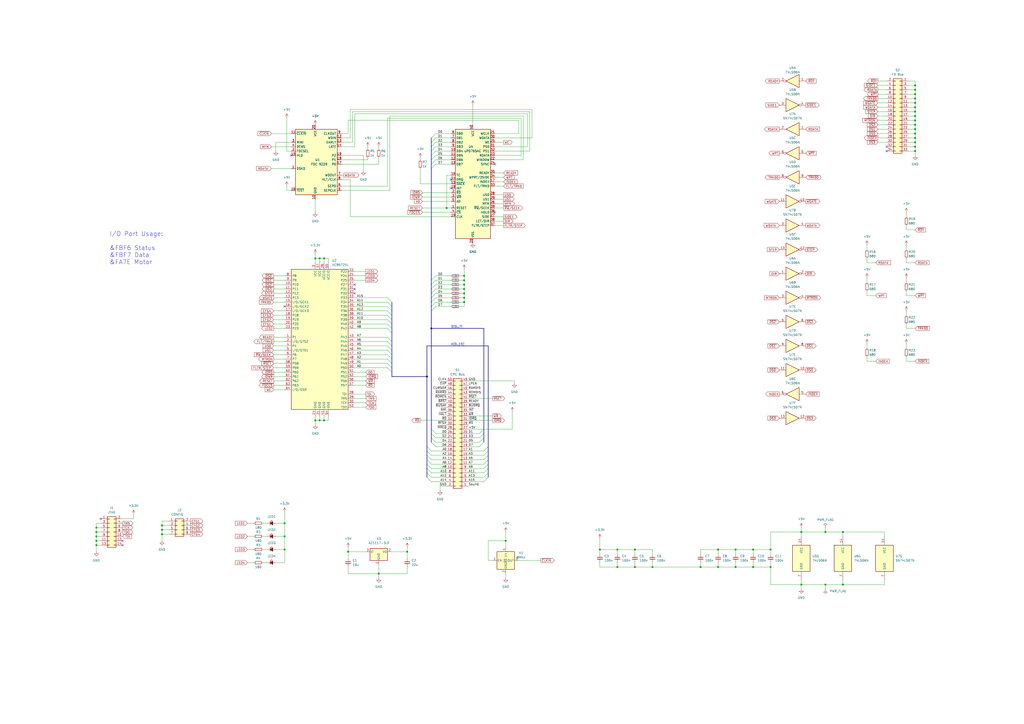
<source format=kicad_sch>
(kicad_sch (version 20211123) (generator eeschema)
  (paper "A2")
  (title_block (title "Vortex F1-D Reproduction") (date "2022-07-14"))
  (junction (at 530.86 77.47))
  (junction (at 368.3 318.77))
  (junction (at 368.3 328.93))
  (junction (at 358.14 328.93))
  (junction (at 464.82 308.61))
  (junction (at 447.04 328.93))
  (junction (at 93.98 309.88))
  (junction (at 55.88 306.07))
  (junction (at 269.24 162.56))
  (junction (at 55.88 316.23))
  (junction (at 488.95 308.61))
  (junction (at 187.96 149.86))
  (junction (at 55.88 308.61))
  (junction (at 478.79 308.61))
  (junction (at 478.79 339.09))
  (junction (at 378.46 328.93))
  (junction (at 406.4 328.93))
  (junction (at 530.86 72.39))
  (junction (at 488.95 339.09))
  (junction (at 259.08 120.65))
  (junction (at 269.24 175.26))
  (junction (at 530.86 85.09))
  (junction (at 530.86 52.07))
  (junction (at 187.96 243.84))
  (junction (at 426.72 318.77))
  (junction (at 358.14 318.77))
  (junction (at 426.72 328.93))
  (junction (at 269.24 165.1))
  (junction (at 269.24 170.18))
  (junction (at 416.56 318.77))
  (junction (at 530.86 74.93))
  (junction (at 182.88 149.86))
  (junction (at 269.24 172.72))
  (junction (at 530.86 64.77))
  (junction (at 93.98 307.34))
  (junction (at 185.42 149.86))
  (junction (at 201.93 320.04))
  (junction (at 236.22 320.04))
  (junction (at 464.82 339.09))
  (junction (at 530.86 57.15))
  (junction (at 416.56 328.93))
  (junction (at 447.04 318.77))
  (junction (at 269.24 167.64))
  (junction (at 530.86 49.53))
  (junction (at 165.1 303.53))
  (junction (at 165.1 311.15))
  (junction (at 93.98 304.8))
  (junction (at 530.86 82.55))
  (junction (at 530.86 67.31))
  (junction (at 182.88 243.84))
  (junction (at 530.86 80.01))
  (junction (at 219.71 332.74))
  (junction (at 55.88 313.69))
  (junction (at 165.1 318.77))
  (junction (at 185.42 243.84))
  (junction (at 347.98 318.77))
  (junction (at 269.24 160.02))
  (junction (at 530.86 69.85))
  (junction (at 436.88 328.93))
  (junction (at 436.88 318.77))
  (junction (at 247.65 218.44))
  (junction (at 293.37 313.69))
  (junction (at 530.86 87.63))
  (junction (at 250.19 190.5))
  (junction (at 530.86 59.69))
  (junction (at 55.88 311.15))
  (junction (at 530.86 54.61))
  (junction (at 530.86 62.23))
  (no_connect (at 168.91 90.17))
  (no_connect (at 514.35 85.09))
  (no_connect (at 514.35 87.63))
  (no_connect (at 261.62 104.14))
  (no_connect (at 205.74 170.18))
  (no_connect (at 165.1 177.8))
  (no_connect (at 205.74 167.64))
  (no_connect (at 261.62 109.22))
  (no_connect (at 71.12 313.69))
  (no_connect (at 71.12 316.23))
  (no_connect (at 205.74 165.1))
  (no_connect (at 287.02 95.25))
  (no_connect (at 58.42 300.99))
  (no_connect (at 287.02 123.19))
  (bus_entry (at 224.79 182.88) (size 2.54 2.54))
  (bus_entry (at 250.19 162.56) (size 2.54 -2.54))
  (bus_entry (at 247.65 264.16) (size 2.54 2.54))
  (bus_entry (at 250.19 180.34) (size 2.54 -2.54))
  (bus_entry (at 250.19 167.64) (size 2.54 -2.54))
  (bus_entry (at 250.19 177.8) (size 2.54 -2.54))
  (bus_entry (at 247.65 261.62) (size 2.54 2.54))
  (bus_entry (at 250.19 97.79) (size 2.54 -2.54))
  (bus_entry (at 250.19 175.26) (size 2.54 -2.54))
  (bus_entry (at 250.19 170.18) (size 2.54 -2.54))
  (bus_entry (at 247.65 271.78) (size 2.54 2.54))
  (bus_entry (at 247.65 266.7) (size 2.54 2.54))
  (bus_entry (at 250.19 165.1) (size 2.54 -2.54))
  (bus_entry (at 224.79 195.58) (size 2.54 2.54))
  (bus_entry (at 224.79 190.5) (size 2.54 2.54))
  (bus_entry (at 224.79 198.12) (size 2.54 2.54))
  (bus_entry (at 224.79 185.42) (size 2.54 2.54))
  (bus_entry (at 224.79 187.96) (size 2.54 2.54))
  (bus_entry (at 224.79 203.2) (size 2.54 2.54))
  (bus_entry (at 224.79 200.66) (size 2.54 2.54))
  (bus_entry (at 224.79 213.36) (size 2.54 2.54))
  (bus_entry (at 224.79 172.72) (size 2.54 2.54))
  (bus_entry (at 224.79 208.28) (size 2.54 2.54))
  (bus_entry (at 224.79 205.74) (size 2.54 2.54))
  (bus_entry (at 224.79 210.82) (size 2.54 2.54))
  (bus_entry (at 224.79 180.34) (size 2.54 2.54))
  (bus_entry (at 224.79 175.26) (size 2.54 2.54))
  (bus_entry (at 224.79 177.8) (size 2.54 2.54))
  (bus_entry (at 247.65 269.24) (size 2.54 2.54))
  (bus_entry (at 247.65 274.32) (size 2.54 2.54))
  (bus_entry (at 250.19 85.09) (size 2.54 -2.54))
  (bus_entry (at 250.19 80.01) (size 2.54 -2.54))
  (bus_entry (at 250.19 82.55) (size 2.54 -2.54))
  (bus_entry (at 250.19 92.71) (size 2.54 -2.54))
  (bus_entry (at 250.19 87.63) (size 2.54 -2.54))
  (bus_entry (at 250.19 90.17) (size 2.54 -2.54))
  (bus_entry (at 250.19 95.25) (size 2.54 -2.54))
  (bus_entry (at 247.65 276.86) (size 2.54 2.54))
  (bus_entry (at 250.19 172.72) (size 2.54 -2.54))
  (bus_entry (at 250.19 254) (size 2.54 2.54))
  (bus_entry (at 250.19 251.46) (size 2.54 2.54))
  (bus_entry (at 250.19 248.92) (size 2.54 2.54))
  (bus_entry (at 278.13 251.46) (size 2.54 -2.54))
  (bus_entry (at 278.13 254) (size 2.54 -2.54))
  (bus_entry (at 278.13 256.54) (size 2.54 -2.54))
  (bus_entry (at 278.13 259.08) (size 2.54 -2.54))
  (bus_entry (at 250.19 256.54) (size 2.54 2.54))
  (bus_entry (at 247.65 259.08) (size 2.54 2.54))
  (bus_entry (at 280.67 261.62) (size 2.54 -2.54))
  (bus_entry (at 280.67 279.4) (size 2.54 -2.54))
  (bus_entry (at 280.67 276.86) (size 2.54 -2.54))
  (bus_entry (at 280.67 274.32) (size 2.54 -2.54))
  (bus_entry (at 280.67 271.78) (size 2.54 -2.54))
  (bus_entry (at 280.67 266.7) (size 2.54 -2.54))
  (bus_entry (at 280.67 264.16) (size 2.54 -2.54))
  (bus_entry (at 280.67 269.24) (size 2.54 -2.54))
  (wire (pts (xy 166.37 107.95) (xy 166.37 110.49)))
  (wire (pts (xy 212.09 223.52) (xy 205.74 223.52)))
  (wire (pts (xy 245.11 120.65) (xy 259.08 120.65)))
  (wire (pts (xy 266.7 160.02) (xy 269.24 160.02)))
  (wire (pts (xy 271.78 256.54) (xy 278.13 256.54)))
  (wire (pts (xy 525.78 161.29) (xy 525.78 163.83)))
  (wire (pts (xy 269.24 162.56) (xy 269.24 160.02)))
  (bus (pts (xy 247.65 200.66) (xy 247.65 218.44)))
  (bus (pts (xy 250.19 87.63) (xy 250.19 90.17)))
  (wire (pts (xy 509.27 74.93) (xy 514.35 74.93)))
  (wire (pts (xy 271.78 261.62) (xy 280.67 261.62)))
  (bus (pts (xy 250.19 180.34) (xy 250.19 190.5)))
  (wire (pts (xy 205.74 203.2) (xy 224.79 203.2)))
  (wire (pts (xy 525.78 149.86) (xy 525.78 152.4)))
  (wire (pts (xy 252.73 175.26) (xy 261.62 175.26)))
  (wire (pts (xy 509.27 54.61) (xy 514.35 54.61)))
  (wire (pts (xy 525.78 168.91) (xy 525.78 171.45)))
  (wire (pts (xy 347.98 326.39) (xy 347.98 328.93)))
  (bus (pts (xy 283.21 200.66) (xy 283.21 259.08)))
  (wire (pts (xy 185.42 149.86) (xy 182.88 149.86)))
  (wire (pts (xy 527.05 52.07) (xy 530.86 52.07)))
  (wire (pts (xy 205.74 200.66) (xy 224.79 200.66)))
  (wire (pts (xy 509.27 80.01) (xy 514.35 80.01)))
  (wire (pts (xy 271.78 231.14) (xy 285.75 231.14)))
  (wire (pts (xy 478.79 339.09) (xy 478.79 341.63)))
  (wire (pts (xy 203.2 125.73) (xy 261.62 125.73)))
  (wire (pts (xy 271.78 269.24) (xy 280.67 269.24)))
  (wire (pts (xy 252.73 172.72) (xy 261.62 172.72)))
  (wire (pts (xy 158.75 170.18) (xy 165.1 170.18)))
  (wire (pts (xy 158.75 220.98) (xy 165.1 220.98)))
  (wire (pts (xy 158.75 218.44) (xy 165.1 218.44)))
  (wire (pts (xy 509.27 77.47) (xy 514.35 77.47)))
  (wire (pts (xy 527.05 69.85) (xy 530.86 69.85)))
  (wire (pts (xy 198.12 82.55) (xy 204.47 82.55)))
  (bus (pts (xy 247.65 259.08) (xy 247.65 261.62)))
  (wire (pts (xy 406.4 328.93) (xy 378.46 328.93)))
  (wire (pts (xy 158.75 213.36) (xy 165.1 213.36)))
  (wire (pts (xy 210.82 90.17) (xy 210.82 99.06)))
  (wire (pts (xy 271.78 243.84) (xy 285.75 243.84)))
  (wire (pts (xy 198.12 90.17) (xy 210.82 90.17)))
  (wire (pts (xy 269.24 160.02) (xy 269.24 156.21)))
  (wire (pts (xy 283.21 313.69) (xy 293.37 313.69)))
  (wire (pts (xy 245.11 123.19) (xy 261.62 123.19)))
  (wire (pts (xy 236.22 328.93) (xy 236.22 332.74)))
  (bus (pts (xy 250.19 190.5) (xy 250.19 248.92)))
  (wire (pts (xy 513.08 336.55) (xy 513.08 339.09)))
  (wire (pts (xy 447.04 339.09) (xy 464.82 339.09)))
  (wire (pts (xy 58.42 303.53) (xy 55.88 303.53)))
  (wire (pts (xy 255.27 284.48) (xy 255.27 281.94)))
  (wire (pts (xy 236.22 320.04) (xy 236.22 323.85)))
  (wire (pts (xy 252.73 77.47) (xy 261.62 77.47)))
  (wire (pts (xy 513.08 339.09) (xy 488.95 339.09)))
  (wire (pts (xy 160.02 326.39) (xy 165.1 326.39)))
  (wire (pts (xy 58.42 306.07) (xy 55.88 306.07)))
  (wire (pts (xy 212.09 228.6) (xy 205.74 228.6)))
  (wire (pts (xy 201.93 332.74) (xy 219.71 332.74)))
  (bus (pts (xy 250.19 190.5) (xy 280.67 190.5)))
  (wire (pts (xy 527.05 49.53) (xy 530.86 49.53)))
  (wire (pts (xy 447.04 328.93) (xy 447.04 339.09)))
  (wire (pts (xy 266.7 175.26) (xy 269.24 175.26)))
  (wire (pts (xy 271.78 254) (xy 278.13 254)))
  (wire (pts (xy 250.19 269.24) (xy 259.08 269.24)))
  (wire (pts (xy 464.82 306.07) (xy 464.82 308.61)))
  (wire (pts (xy 157.48 85.09) (xy 168.91 85.09)))
  (wire (pts (xy 259.08 120.65) (xy 261.62 120.65)))
  (wire (pts (xy 205.74 208.28) (xy 224.79 208.28)))
  (wire (pts (xy 205.74 175.26) (xy 224.79 175.26)))
  (bus (pts (xy 283.21 264.16) (xy 283.21 266.7)))
  (wire (pts (xy 212.09 320.04) (xy 201.93 320.04)))
  (wire (pts (xy 204.47 82.55) (xy 204.47 64.77)))
  (wire (pts (xy 245.11 116.84) (xy 261.62 116.84)))
  (wire (pts (xy 302.26 90.17) (xy 287.02 90.17)))
  (wire (pts (xy 199.39 101.6) (xy 198.12 101.6)))
  (wire (pts (xy 93.98 307.34) (xy 93.98 309.88)))
  (wire (pts (xy 347.98 318.77) (xy 358.14 318.77)))
  (wire (pts (xy 287.02 125.73) (xy 292.1 125.73)))
  (wire (pts (xy 509.27 64.77) (xy 514.35 64.77)))
  (wire (pts (xy 205.74 177.8) (xy 224.79 177.8)))
  (wire (pts (xy 182.88 123.19) (xy 182.88 115.57)))
  (wire (pts (xy 243.84 106.68) (xy 261.62 106.68)))
  (wire (pts (xy 525.78 152.4) (xy 530.86 152.4)))
  (wire (pts (xy 271.78 274.32) (xy 280.67 274.32)))
  (bus (pts (xy 250.19 92.71) (xy 250.19 95.25)))
  (wire (pts (xy 158.75 182.88) (xy 165.1 182.88)))
  (wire (pts (xy 201.93 69.85) (xy 300.99 69.85)))
  (wire (pts (xy 243.84 97.79) (xy 243.84 106.68)))
  (wire (pts (xy 198.12 92.71) (xy 213.36 92.71)))
  (wire (pts (xy 525.78 171.45) (xy 530.86 171.45)))
  (wire (pts (xy 293.37 308.61) (xy 293.37 313.69)))
  (wire (pts (xy 55.88 311.15) (xy 55.88 313.69)))
  (wire (pts (xy 187.96 243.84) (xy 185.42 243.84)))
  (wire (pts (xy 530.86 87.63) (xy 530.86 90.17)))
  (bus (pts (xy 250.19 170.18) (xy 250.19 172.72)))
  (bus (pts (xy 250.19 162.56) (xy 250.19 165.1)))
  (wire (pts (xy 58.42 313.69) (xy 55.88 313.69)))
  (wire (pts (xy 158.75 205.74) (xy 165.1 205.74)))
  (wire (pts (xy 527.05 85.09) (xy 530.86 85.09)))
  (wire (pts (xy 255.27 281.94) (xy 259.08 281.94)))
  (wire (pts (xy 502.92 152.4) (xy 508 152.4)))
  (wire (pts (xy 530.86 77.47) (xy 530.86 80.01)))
  (wire (pts (xy 160.02 318.77) (xy 165.1 318.77)))
  (wire (pts (xy 527.05 46.99) (xy 530.86 46.99)))
  (wire (pts (xy 203.2 104.14) (xy 203.2 125.73)))
  (wire (pts (xy 502.92 149.86) (xy 502.92 152.4)))
  (wire (pts (xy 236.22 320.04) (xy 236.22 317.5)))
  (wire (pts (xy 205.74 195.58) (xy 224.79 195.58)))
  (wire (pts (xy 201.93 320.04) (xy 201.93 323.85)))
  (wire (pts (xy 530.86 80.01) (xy 530.86 82.55)))
  (wire (pts (xy 152.4 326.39) (xy 154.94 326.39)))
  (wire (pts (xy 165.1 326.39) (xy 165.1 318.77)))
  (wire (pts (xy 198.12 95.25) (xy 219.71 95.25)))
  (wire (pts (xy 259.08 101.6) (xy 261.62 101.6)))
  (wire (pts (xy 252.73 90.17) (xy 261.62 90.17)))
  (wire (pts (xy 269.24 172.72) (xy 269.24 170.18)))
  (wire (pts (xy 165.1 303.53) (xy 165.1 311.15)))
  (bus (pts (xy 283.21 261.62) (xy 283.21 264.16)))
  (wire (pts (xy 502.92 161.29) (xy 502.92 163.83)))
  (wire (pts (xy 93.98 304.8) (xy 97.79 304.8)))
  (wire (pts (xy 157.48 97.79) (xy 168.91 97.79)))
  (wire (pts (xy 347.98 321.31) (xy 347.98 318.77)))
  (bus (pts (xy 250.19 167.64) (xy 250.19 170.18)))
  (wire (pts (xy 143.51 326.39) (xy 147.32 326.39)))
  (wire (pts (xy 158.75 160.02) (xy 165.1 160.02)))
  (wire (pts (xy 58.42 316.23) (xy 55.88 316.23)))
  (wire (pts (xy 250.19 264.16) (xy 259.08 264.16)))
  (wire (pts (xy 212.09 233.68) (xy 205.74 233.68)))
  (wire (pts (xy 252.73 251.46) (xy 259.08 251.46)))
  (wire (pts (xy 502.92 168.91) (xy 502.92 171.45)))
  (bus (pts (xy 250.19 90.17) (xy 250.19 92.71)))
  (wire (pts (xy 426.72 326.39) (xy 426.72 328.93)))
  (wire (pts (xy 308.61 80.01) (xy 287.02 80.01)))
  (wire (pts (xy 271.78 276.86) (xy 280.67 276.86)))
  (wire (pts (xy 447.04 318.77) (xy 436.88 318.77)))
  (wire (pts (xy 198.12 77.47) (xy 201.93 77.47)))
  (wire (pts (xy 158.75 198.12) (xy 165.1 198.12)))
  (wire (pts (xy 205.74 213.36) (xy 224.79 213.36)))
  (wire (pts (xy 530.86 64.77) (xy 530.86 67.31)))
  (bus (pts (xy 283.21 269.24) (xy 283.21 271.78)))
  (wire (pts (xy 447.04 328.93) (xy 436.88 328.93)))
  (bus (pts (xy 250.19 165.1) (xy 250.19 167.64)))
  (wire (pts (xy 527.05 80.01) (xy 530.86 80.01)))
  (wire (pts (xy 201.93 320.04) (xy 201.93 317.5)))
  (wire (pts (xy 205.74 172.72) (xy 224.79 172.72)))
  (wire (pts (xy 219.71 95.25) (xy 219.71 91.44)))
  (bus (pts (xy 247.65 200.66) (xy 283.21 200.66)))
  (wire (pts (xy 300.99 77.47) (xy 287.02 77.47)))
  (wire (pts (xy 416.56 321.31) (xy 416.56 318.77)))
  (wire (pts (xy 55.88 306.07) (xy 55.88 308.61)))
  (wire (pts (xy 243.84 91.44) (xy 243.84 92.71)))
  (wire (pts (xy 158.75 223.52) (xy 165.1 223.52)))
  (wire (pts (xy 527.05 74.93) (xy 530.86 74.93)))
  (wire (pts (xy 252.73 92.71) (xy 261.62 92.71)))
  (wire (pts (xy 509.27 49.53) (xy 514.35 49.53)))
  (wire (pts (xy 525.78 199.39) (xy 525.78 201.93)))
  (wire (pts (xy 201.93 77.47) (xy 201.93 69.85)))
  (wire (pts (xy 269.24 175.26) (xy 269.24 172.72)))
  (wire (pts (xy 530.86 46.99) (xy 530.86 49.53)))
  (wire (pts (xy 416.56 318.77) (xy 426.72 318.77)))
  (wire (pts (xy 287.02 102.87) (xy 292.1 102.87)))
  (bus (pts (xy 227.33 182.88) (xy 227.33 185.42)))
  (wire (pts (xy 269.24 167.64) (xy 269.24 165.1)))
  (wire (pts (xy 165.1 311.15) (xy 165.1 318.77)))
  (bus (pts (xy 227.33 180.34) (xy 227.33 182.88)))
  (wire (pts (xy 157.48 77.47) (xy 168.91 77.47)))
  (wire (pts (xy 203.2 63.5) (xy 308.61 63.5)))
  (wire (pts (xy 158.75 208.28) (xy 165.1 208.28)))
  (wire (pts (xy 224.79 107.95) (xy 224.79 68.58)))
  (wire (pts (xy 464.82 339.09) (xy 464.82 341.63)))
  (bus (pts (xy 227.33 200.66) (xy 227.33 203.2)))
  (wire (pts (xy 252.73 80.01) (xy 261.62 80.01)))
  (wire (pts (xy 160.02 311.15) (xy 165.1 311.15)))
  (wire (pts (xy 187.96 149.86) (xy 187.96 152.4)))
  (wire (pts (xy 158.75 175.26) (xy 165.1 175.26)))
  (wire (pts (xy 226.06 110.49) (xy 226.06 67.31)))
  (wire (pts (xy 287.02 128.27) (xy 292.1 128.27)))
  (wire (pts (xy 509.27 57.15) (xy 514.35 57.15)))
  (wire (pts (xy 55.88 303.53) (xy 55.88 306.07)))
  (wire (pts (xy 509.27 46.99) (xy 514.35 46.99)))
  (wire (pts (xy 168.91 87.63) (xy 166.37 87.63)))
  (wire (pts (xy 212.09 236.22) (xy 205.74 236.22)))
  (wire (pts (xy 347.98 312.42) (xy 347.98 318.77)))
  (wire (pts (xy 488.95 336.55) (xy 488.95 339.09)))
  (wire (pts (xy 406.4 321.31) (xy 406.4 318.77)))
  (wire (pts (xy 368.3 326.39) (xy 368.3 328.93)))
  (wire (pts (xy 158.75 215.9) (xy 165.1 215.9)))
  (wire (pts (xy 509.27 59.69) (xy 514.35 59.69)))
  (wire (pts (xy 274.32 60.96) (xy 274.32 72.39)))
  (wire (pts (xy 93.98 302.26) (xy 93.98 304.8)))
  (wire (pts (xy 266.7 172.72) (xy 269.24 172.72)))
  (wire (pts (xy 203.2 80.01) (xy 203.2 63.5)))
  (wire (pts (xy 530.86 85.09) (xy 530.86 87.63)))
  (wire (pts (xy 152.4 303.53) (xy 154.94 303.53)))
  (wire (pts (xy 266.7 167.64) (xy 269.24 167.64)))
  (bus (pts (xy 227.33 213.36) (xy 227.33 215.9)))
  (wire (pts (xy 527.05 59.69) (xy 530.86 59.69)))
  (wire (pts (xy 502.92 207.01) (xy 502.92 209.55)))
  (wire (pts (xy 306.07 66.04) (xy 306.07 85.09)))
  (wire (pts (xy 190.5 243.84) (xy 187.96 243.84)))
  (bus (pts (xy 280.67 254) (xy 280.67 256.54)))
  (wire (pts (xy 182.88 149.86) (xy 182.88 152.4)))
  (wire (pts (xy 269.24 177.8) (xy 269.24 175.26)))
  (wire (pts (xy 266.7 170.18) (xy 269.24 170.18)))
  (bus (pts (xy 247.65 274.32) (xy 247.65 276.86)))
  (wire (pts (xy 71.12 300.99) (xy 77.47 300.99)))
  (wire (pts (xy 426.72 318.77) (xy 436.88 318.77)))
  (bus (pts (xy 283.21 266.7) (xy 283.21 269.24)))
  (wire (pts (xy 285.75 325.12) (xy 283.21 325.12)))
  (wire (pts (xy 527.05 57.15) (xy 530.86 57.15)))
  (wire (pts (xy 530.86 72.39) (xy 530.86 74.93)))
  (wire (pts (xy 93.98 302.26) (xy 97.79 302.26)))
  (bus (pts (xy 283.21 271.78) (xy 283.21 274.32)))
  (wire (pts (xy 530.86 69.85) (xy 530.86 72.39)))
  (wire (pts (xy 205.74 205.74) (xy 224.79 205.74)))
  (bus (pts (xy 247.65 271.78) (xy 247.65 274.32)))
  (wire (pts (xy 287.02 118.11) (xy 292.1 118.11)))
  (wire (pts (xy 525.78 190.5) (xy 530.86 190.5)))
  (wire (pts (xy 250.19 276.86) (xy 259.08 276.86)))
  (wire (pts (xy 527.05 62.23) (xy 530.86 62.23)))
  (wire (pts (xy 293.37 313.69) (xy 293.37 317.5)))
  (wire (pts (xy 158.75 195.58) (xy 165.1 195.58)))
  (wire (pts (xy 509.27 67.31) (xy 514.35 67.31)))
  (wire (pts (xy 219.71 85.09) (xy 219.71 86.36)))
  (wire (pts (xy 378.46 326.39) (xy 378.46 328.93)))
  (wire (pts (xy 252.73 95.25) (xy 261.62 95.25)))
  (wire (pts (xy 205.74 162.56) (xy 212.09 162.56)))
  (wire (pts (xy 190.5 149.86) (xy 187.96 149.86)))
  (wire (pts (xy 406.4 326.39) (xy 406.4 328.93)))
  (wire (pts (xy 416.56 328.93) (xy 406.4 328.93)))
  (bus (pts (xy 283.21 274.32) (xy 283.21 276.86)))
  (wire (pts (xy 297.18 248.92) (xy 297.18 238.76)))
  (wire (pts (xy 530.86 82.55) (xy 530.86 85.09)))
  (wire (pts (xy 160.02 82.55) (xy 160.02 87.63)))
  (bus (pts (xy 227.33 187.96) (xy 227.33 190.5)))
  (wire (pts (xy 530.86 62.23) (xy 530.86 64.77)))
  (wire (pts (xy 205.74 198.12) (xy 224.79 198.12)))
  (wire (pts (xy 252.73 254) (xy 259.08 254)))
  (wire (pts (xy 250.19 279.4) (xy 259.08 279.4)))
  (wire (pts (xy 530.86 59.69) (xy 530.86 62.23)))
  (wire (pts (xy 205.74 187.96) (xy 224.79 187.96)))
  (wire (pts (xy 287.02 82.55) (xy 292.1 82.55)))
  (wire (pts (xy 464.82 336.55) (xy 464.82 339.09)))
  (wire (pts (xy 143.51 311.15) (xy 147.32 311.15)))
  (wire (pts (xy 368.3 328.93) (xy 358.14 328.93)))
  (wire (pts (xy 271.78 279.4) (xy 280.67 279.4)))
  (wire (pts (xy 158.75 167.64) (xy 165.1 167.64)))
  (wire (pts (xy 527.05 87.63) (xy 530.86 87.63)))
  (wire (pts (xy 182.88 147.32) (xy 182.88 149.86)))
  (wire (pts (xy 303.53 67.31) (xy 303.53 92.71)))
  (bus (pts (xy 227.33 175.26) (xy 227.33 177.8)))
  (wire (pts (xy 378.46 318.77) (xy 368.3 318.77)))
  (wire (pts (xy 205.74 190.5) (xy 224.79 190.5)))
  (wire (pts (xy 525.78 133.35) (xy 530.86 133.35)))
  (wire (pts (xy 478.79 306.07) (xy 478.79 308.61)))
  (bus (pts (xy 247.65 218.44) (xy 247.65 259.08)))
  (wire (pts (xy 259.08 101.6) (xy 259.08 120.65)))
  (wire (pts (xy 283.21 325.12) (xy 283.21 313.69)))
  (wire (pts (xy 198.12 104.14) (xy 203.2 104.14)))
  (wire (pts (xy 513.08 308.61) (xy 488.95 308.61)))
  (wire (pts (xy 205.74 85.09) (xy 205.74 66.04)))
  (wire (pts (xy 525.78 142.24) (xy 525.78 144.78)))
  (bus (pts (xy 227.33 193.04) (xy 227.33 198.12)))
  (wire (pts (xy 205.74 66.04) (xy 306.07 66.04)))
  (wire (pts (xy 502.92 142.24) (xy 502.92 144.78)))
  (wire (pts (xy 447.04 308.61) (xy 464.82 308.61)))
  (wire (pts (xy 152.4 318.77) (xy 154.94 318.77)))
  (wire (pts (xy 245.11 114.3) (xy 261.62 114.3)))
  (wire (pts (xy 513.08 311.15) (xy 513.08 308.61)))
  (wire (pts (xy 525.78 207.01) (xy 525.78 209.55)))
  (wire (pts (xy 187.96 149.86) (xy 185.42 149.86)))
  (wire (pts (xy 77.47 300.99) (xy 77.47 298.45)))
  (wire (pts (xy 166.37 110.49) (xy 168.91 110.49)))
  (wire (pts (xy 252.73 170.18) (xy 261.62 170.18)))
  (bus (pts (xy 250.19 80.01) (xy 250.19 82.55)))
  (wire (pts (xy 271.78 241.3) (xy 285.75 241.3)))
  (wire (pts (xy 525.78 187.96) (xy 525.78 190.5)))
  (wire (pts (xy 252.73 259.08) (xy 259.08 259.08)))
  (wire (pts (xy 252.73 82.55) (xy 261.62 82.55)))
  (wire (pts (xy 205.74 185.42) (xy 224.79 185.42)))
  (wire (pts (xy 252.73 87.63) (xy 261.62 87.63)))
  (wire (pts (xy 271.78 271.78) (xy 280.67 271.78)))
  (wire (pts (xy 478.79 339.09) (xy 464.82 339.09)))
  (wire (pts (xy 502.92 199.39) (xy 502.92 201.93)))
  (wire (pts (xy 509.27 69.85) (xy 514.35 69.85)))
  (wire (pts (xy 158.75 172.72) (xy 165.1 172.72)))
  (wire (pts (xy 205.74 160.02) (xy 212.09 160.02)))
  (wire (pts (xy 426.72 328.93) (xy 416.56 328.93)))
  (wire (pts (xy 243.84 243.84) (xy 259.08 243.84)))
  (wire (pts (xy 252.73 162.56) (xy 261.62 162.56)))
  (bus (pts (xy 227.33 208.28) (xy 227.33 210.82)))
  (wire (pts (xy 185.42 149.86) (xy 185.42 152.4)))
  (bus (pts (xy 247.65 261.62) (xy 247.65 264.16)))
  (bus (pts (xy 250.19 82.55) (xy 250.19 85.09)))
  (wire (pts (xy 530.86 67.31) (xy 530.86 69.85)))
  (bus (pts (xy 250.19 254) (xy 250.19 256.54)))
  (wire (pts (xy 165.1 303.53) (xy 165.1 297.18)))
  (wire (pts (xy 158.75 226.06) (xy 165.1 226.06)))
  (wire (pts (xy 436.88 321.31) (xy 436.88 318.77)))
  (wire (pts (xy 219.71 327.66) (xy 219.71 332.74)))
  (bus (pts (xy 280.67 248.92) (xy 280.67 251.46)))
  (wire (pts (xy 530.86 74.93) (xy 530.86 77.47)))
  (wire (pts (xy 55.88 316.23) (xy 55.88 320.04)))
  (wire (pts (xy 298.45 220.98) (xy 271.78 220.98)))
  (bus (pts (xy 250.19 175.26) (xy 250.19 177.8)))
  (wire (pts (xy 250.19 271.78) (xy 259.08 271.78)))
  (wire (pts (xy 266.7 162.56) (xy 269.24 162.56)))
  (wire (pts (xy 224.79 68.58) (xy 302.26 68.58)))
  (wire (pts (xy 55.88 308.61) (xy 55.88 311.15)))
  (wire (pts (xy 509.27 52.07) (xy 514.35 52.07)))
  (wire (pts (xy 488.95 308.61) (xy 488.95 311.15)))
  (wire (pts (xy 298.45 222.25) (xy 298.45 220.98)))
  (wire (pts (xy 205.74 157.48) (xy 212.09 157.48)))
  (wire (pts (xy 287.02 100.33) (xy 292.1 100.33)))
  (wire (pts (xy 266.7 177.8) (xy 269.24 177.8)))
  (bus (pts (xy 250.19 97.79) (xy 250.19 162.56)))
  (wire (pts (xy 158.75 165.1) (xy 165.1 165.1)))
  (wire (pts (xy 158.75 162.56) (xy 165.1 162.56)))
  (wire (pts (xy 378.46 328.93) (xy 368.3 328.93)))
  (wire (pts (xy 182.88 241.3) (xy 182.88 243.84)))
  (wire (pts (xy 293.37 332.74) (xy 293.37 335.28)))
  (wire (pts (xy 58.42 311.15) (xy 55.88 311.15)))
  (wire (pts (xy 198.12 107.95) (xy 224.79 107.95)))
  (wire (pts (xy 527.05 72.39) (xy 530.86 72.39)))
  (wire (pts (xy 160.02 303.53) (xy 165.1 303.53)))
  (wire (pts (xy 464.82 308.61) (xy 464.82 311.15)))
  (wire (pts (xy 271.78 259.08) (xy 278.13 259.08)))
  (wire (pts (xy 358.14 328.93) (xy 358.14 326.39)))
  (wire (pts (xy 182.88 243.84) (xy 185.42 243.84)))
  (bus (pts (xy 250.19 85.09) (xy 250.19 87.63)))
  (wire (pts (xy 252.73 256.54) (xy 259.08 256.54)))
  (wire (pts (xy 252.73 160.02) (xy 261.62 160.02)))
  (wire (pts (xy 436.88 328.93) (xy 426.72 328.93)))
  (wire (pts (xy 302.26 68.58) (xy 302.26 90.17)))
  (bus (pts (xy 250.19 95.25) (xy 250.19 97.79)))
  (wire (pts (xy 527.05 67.31) (xy 530.86 67.31)))
  (wire (pts (xy 509.27 72.39) (xy 514.35 72.39)))
  (bus (pts (xy 227.33 215.9) (xy 227.33 218.44)))
  (wire (pts (xy 303.53 92.71) (xy 287.02 92.71)))
  (wire (pts (xy 478.79 308.61) (xy 488.95 308.61)))
  (wire (pts (xy 168.91 82.55) (xy 160.02 82.55)))
  (wire (pts (xy 307.34 64.77) (xy 307.34 87.63)))
  (wire (pts (xy 166.37 87.63) (xy 166.37 68.58)))
  (wire (pts (xy 252.73 85.09) (xy 261.62 85.09)))
  (wire (pts (xy 271.78 264.16) (xy 280.67 264.16)))
  (wire (pts (xy 527.05 77.47) (xy 530.86 77.47)))
  (wire (pts (xy 165.1 190.5) (xy 158.75 190.5)))
  (wire (pts (xy 287.02 113.03) (xy 292.1 113.03)))
  (wire (pts (xy 287.02 105.41) (xy 292.1 105.41)))
  (wire (pts (xy 530.86 54.61) (xy 530.86 57.15)))
  (wire (pts (xy 287.02 120.65) (xy 292.1 120.65)))
  (wire (pts (xy 416.56 326.39) (xy 416.56 328.93)))
  (wire (pts (xy 250.19 266.7) (xy 259.08 266.7)))
  (bus (pts (xy 227.33 205.74) (xy 227.33 208.28)))
  (wire (pts (xy 212.09 231.14) (xy 205.74 231.14)))
  (bus (pts (xy 250.19 251.46) (xy 250.19 254)))
  (wire (pts (xy 158.75 200.66) (xy 165.1 200.66)))
  (wire (pts (xy 368.3 318.77) (xy 358.14 318.77)))
  (bus (pts (xy 250.19 172.72) (xy 250.19 175.26)))
  (wire (pts (xy 58.42 308.61) (xy 55.88 308.61)))
  (wire (pts (xy 502.92 171.45) (xy 508 171.45)))
  (wire (pts (xy 527.05 82.55) (xy 530.86 82.55)))
  (wire (pts (xy 488.95 339.09) (xy 478.79 339.09)))
  (wire (pts (xy 227.33 320.04) (xy 236.22 320.04)))
  (wire (pts (xy 530.86 57.15) (xy 530.86 59.69)))
  (wire (pts (xy 250.19 274.32) (xy 259.08 274.32)))
  (wire (pts (xy 187.96 241.3) (xy 187.96 243.84)))
  (wire (pts (xy 447.04 308.61) (xy 447.04 318.77)))
  (wire (pts (xy 280.67 248.92) (xy 297.18 248.92)))
  (wire (pts (xy 158.75 187.96) (xy 165.1 187.96)))
  (wire (pts (xy 527.05 64.77) (xy 530.86 64.77)))
  (wire (pts (xy 205.74 180.34) (xy 224.79 180.34)))
  (wire (pts (xy 212.09 220.98) (xy 205.74 220.98)))
  (bus (pts (xy 227.33 185.42) (xy 227.33 187.96)))
  (bus (pts (xy 227.33 190.5) (xy 227.33 193.04)))
  (wire (pts (xy 287.02 130.81) (xy 292.1 130.81)))
  (bus (pts (xy 250.19 177.8) (xy 250.19 180.34)))
  (wire (pts (xy 527.05 54.61) (xy 530.86 54.61)))
  (wire (pts (xy 93.98 307.34) (xy 97.79 307.34)))
  (wire (pts (xy 368.3 321.31) (xy 368.3 318.77)))
  (wire (pts (xy 269.24 170.18) (xy 269.24 167.64)))
  (wire (pts (xy 269.24 165.1) (xy 269.24 162.56)))
  (wire (pts (xy 252.73 165.1) (xy 261.62 165.1)))
  (bus (pts (xy 227.33 177.8) (xy 227.33 180.34)))
  (bus (pts (xy 227.33 210.82) (xy 227.33 213.36)))
  (wire (pts (xy 271.78 251.46) (xy 278.13 251.46)))
  (wire (pts (xy 436.88 326.39) (xy 436.88 328.93)))
  (wire (pts (xy 204.47 64.77) (xy 307.34 64.77)))
  (wire (pts (xy 307.34 87.63) (xy 287.02 87.63)))
  (wire (pts (xy 93.98 309.88) (xy 93.98 313.69)))
  (wire (pts (xy 300.99 69.85) (xy 300.99 77.47)))
  (wire (pts (xy 198.12 110.49) (xy 226.06 110.49)))
  (wire (pts (xy 55.88 313.69) (xy 55.88 316.23)))
  (wire (pts (xy 213.36 85.09) (xy 213.36 86.36)))
  (bus (pts (xy 227.33 218.44) (xy 247.65 218.44)))
  (wire (pts (xy 287.02 115.57) (xy 292.1 115.57)))
  (wire (pts (xy 266.7 165.1) (xy 269.24 165.1)))
  (wire (pts (xy 306.07 85.09) (xy 287.02 85.09)))
  (wire (pts (xy 198.12 80.01) (xy 203.2 80.01)))
  (wire (pts (xy 509.27 82.55) (xy 514.35 82.55)))
  (wire (pts (xy 158.75 210.82) (xy 165.1 210.82)))
  (wire (pts (xy 280.67 248.92) (xy 271.78 248.92)))
  (bus (pts (xy 247.65 269.24) (xy 247.65 271.78)))
  (wire (pts (xy 525.78 209.55) (xy 530.86 209.55)))
  (wire (pts (xy 525.78 123.19) (xy 525.78 125.73)))
  (bus (pts (xy 247.65 264.16) (xy 247.65 266.7)))
  (wire (pts (xy 212.09 215.9) (xy 205.74 215.9)))
  (bus (pts (xy 280.67 251.46) (xy 280.67 254)))
  (wire (pts (xy 447.04 326.39) (xy 447.04 328.93)))
  (wire (pts (xy 252.73 177.8) (xy 261.62 177.8)))
  (wire (pts (xy 158.75 203.2) (xy 165.1 203.2)))
  (wire (pts (xy 347.98 328.93) (xy 358.14 328.93)))
  (wire (pts (xy 236.22 332.74) (xy 219.71 332.74)))
  (wire (pts (xy 185.42 243.84) (xy 185.42 241.3)))
  (wire (pts (xy 525.78 130.81) (xy 525.78 133.35)))
  (wire (pts (xy 152.4 311.15) (xy 154.94 311.15)))
  (wire (pts (xy 406.4 318.77) (xy 416.56 318.77)))
  (wire (pts (xy 245.11 111.76) (xy 261.62 111.76)))
  (wire (pts (xy 308.61 63.5) (xy 308.61 80.01)))
  (wire (pts (xy 271.78 266.7) (xy 280.67 266.7)))
  (wire (pts (xy 205.74 182.88) (xy 224.79 182.88)))
  (bus (pts (xy 280.67 190.5) (xy 280.67 248.92)))
  (wire (pts (xy 252.73 167.64) (xy 261.62 167.64)))
  (wire (pts (xy 143.51 318.77) (xy 147.32 318.77)))
  (wire (pts (xy 530.86 52.07) (xy 530.86 54.61)))
  (wire (pts (xy 502.92 209.55) (xy 508 209.55)))
  (wire (pts (xy 358.14 318.77) (xy 358.14 321.31)))
  (wire (pts (xy 205.74 210.82) (xy 224.79 210.82)))
  (wire (pts (xy 426.72 321.31) (xy 426.72 318.77)))
  (wire (pts (xy 530.86 49.53) (xy 530.86 52.07)))
  (wire (pts (xy 143.51 303.53) (xy 147.32 303.53)))
  (wire (pts (xy 219.71 332.74) (xy 219.71 335.28)))
  (wire (pts (xy 213.36 92.71) (xy 213.36 91.44)))
  (wire (pts (xy 509.27 62.23) (xy 514.35 62.23)))
  (wire (pts (xy 158.75 180.34) (xy 165.1 180.34)))
  (wire (pts (xy 93.98 304.8) (xy 93.98 307.34)))
  (bus (pts (xy 250.19 248.92) (xy 250.19 251.46)))
  (wire (pts (xy 250.19 261.62) (xy 259.08 261.62)))
  (wire (pts (xy 378.46 321.31) (xy 378.46 318.77)))
  (wire (pts (xy 190.5 241.3) (xy 190.5 243.84)))
  (bus (pts (xy 227.33 203.2) (xy 227.33 205.74)))
  (bus (pts (xy 283.21 259.08) (xy 283.21 261.62)))
  (wire (pts (xy 300.99 325.12) (xy 313.69 325.12)))
  (wire (pts (xy 212.09 218.44) (xy 205.74 218.44)))
  (wire (pts (xy 287.02 107.95) (xy 292.1 107.95)))
  (bus (pts (xy 247.65 266.7) (xy 247.65 269.24)))
  (bus (pts (xy 227.33 198.12) (xy 227.33 200.66)))
  (wire (pts (xy 226.06 67.31) (xy 303.53 67.31)))
  (wire (pts (xy 93.98 309.88) (xy 97.79 309.88)))
  (wire (pts (xy 190.5 152.4) (xy 190.5 149.86)))
  (wire (pts (xy 158.75 185.42) (xy 165.1 185.42)))
  (wire (pts (xy 447.04 321.31) (xy 447.04 318.77)))
  (wire (pts (xy 525.78 180.34) (xy 525.78 182.88)))
  (wire (pts (xy 201.93 328.93) (xy 201.93 332.74)))
  (wire (pts (xy 198.12 85.09) (xy 205.74 85.09)))
  (wire (pts (xy 464.82 308.61) (xy 478.79 308.61)))
  (wire (pts (xy 182.88 243.84) (xy 182.88 246.38)))
  (text "I/O Port Usage:\n\n&FBF6 Status\n&FBF7 Data\n&FA7E Motor" (at 63.5 153.67 0) (effects (font (size 2.54 2.54)) (justify left bottom)))
  (label "~{HALT}" (at 259.08 241.3 180))
  (label "A4" (at 207.01 203.2 0))
  (label "D3" (at 271.78 254 0))
  (label "A13" (at 271.78 276.86 0))
  (label "A2" (at 207.01 208.28 0))
  (label "~{WR}" (at 271.78 241.3 0))
  (label "READY" (at 271.78 233.68 0))
  (label "A0" (at 259.08 261.62 180))
  (label "D0" (at 254 160.02 0))
  (label "D1" (at 271.78 251.46 0))
  (label "~{MREQ}" (at 259.08 248.92 180))
  (label "~{BUSAK}" (at 259.08 236.22 180))
  (label "D[0..7]" (at 261.62 190.5 0))
  (label "D1" (at 254 80.01 0))
  (label "A15" (at 271.78 279.4 0))
  (label "A14" (at 259.08 279.4 180))
  (label "~{NMI}" (at 259.08 238.76 180))
  (label "A8" (at 259.08 271.78 180))
  (label "~{RSET}" (at 271.78 231.14 0))
  (label "A1" (at 207.01 210.82 0))
  (label "~{IORQ}" (at 271.78 243.84 0))
  (label "~{BUSRQ}" (at 271.78 236.22 0))
  (label "A5" (at 271.78 266.7 0))
  (label "D6" (at 259.08 259.08 180))
  (label "D3" (at 254 85.09 0))
  (label "A9" (at 271.78 271.78 0))
  (label "D2" (at 254 165.1 0))
  (label "D5" (at 271.78 256.54 0))
  (label "A15" (at 207.01 172.72 0))
  (label "~{M1}" (at 271.78 246.38 0))
  (label "CLK4" (at 259.08 220.98 180))
  (label "D6" (at 254 92.71 0))
  (label "~{RAMRD}" (at 259.08 228.6 180))
  (label "A2" (at 259.08 264.16 180))
  (label "~{EXP}" (at 259.08 223.52 180))
  (label "D3" (at 254 167.64 0))
  (label "ROMDIS" (at 271.78 228.6 0))
  (label "~{INT}" (at 271.78 238.76 0))
  (label "A14" (at 207.01 175.26 0))
  (label "A6" (at 207.01 198.12 0))
  (label "~{ROMEN}" (at 259.08 231.14 180))
  (label "A12" (at 259.08 276.86 180))
  (label "A10" (at 207.01 185.42 0))
  (label "A[0..15]" (at 261.62 200.66 0))
  (label "D2" (at 254 82.55 0))
  (label "A10" (at 259.08 274.32 180))
  (label "~{RD}" (at 259.08 243.84 180))
  (label "A0" (at 207.01 213.36 0))
  (label "A6" (at 259.08 269.24 180))
  (label "CURSOR" (at 259.08 226.06 180))
  (label "Sound" (at 271.78 281.94 0))
  (label "~{BRST}" (at 259.08 233.68 180))
  (label "D2" (at 259.08 254 180))
  (label "D4" (at 254 87.63 0))
  (label "D1" (at 254 162.56 0))
  (label "A3" (at 271.78 264.16 0))
  (label "RAMDIS" (at 271.78 226.06 0))
  (label "D0" (at 254 77.47 0))
  (label "A12" (at 207.01 180.34 0))
  (label "LPEN" (at 271.78 223.52 0))
  (label "A4" (at 259.08 266.7 180))
  (label "D7" (at 254 177.8 0))
  (label "A8" (at 207.01 190.5 0))
  (label "D4" (at 254 170.18 0))
  (label "~{RFSH}" (at 259.08 246.38 180))
  (label "D0" (at 259.08 251.46 180))
  (label "GND" (at 259.08 281.94 180))
  (label "D5" (at 254 172.72 0))
  (label "A11" (at 207.01 182.88 0))
  (label "A7" (at 271.78 269.24 0))
  (label "A3" (at 207.01 205.74 0))
  (label "A5" (at 207.01 200.66 0))
  (label "A9" (at 207.01 187.96 0))
  (label "A1" (at 271.78 261.62 0))
  (label "D7" (at 254 95.25 0))
  (label "+5V" (at 271.78 248.92 0))
  (label "D5" (at 254 90.17 0))
  (label "D6" (at 254 175.26 0))
  (label "A11" (at 271.78 274.32 0))
  (label "A13" (at 207.01 177.8 0))
  (label "A7" (at 207.01 195.58 0))
  (label "D4" (at 259.08 256.54 180))
  (label "GND" (at 271.78 220.98 0))
  (label "D7" (at 271.78 259.08 0))
  (global_label "~{RDY}" (shape output) (at 509.27 46.99 180) (property "Intersheet References" "${INTERSHEET_REFS}" (effects hide)))
  (global_label "WGATE" (shape output) (at 158.75 172.72 180) (property "Intersheet References" "${INTERSHEET_REFS}" (effects hide)))
  (global_label "RDATA" (shape input) (at 467.36 74.93 0) (property "Intersheet References" "${INTERSHEET_REFS}" (effects hide)))
  (global_label "~{TRK00}" (shape output) (at 509.27 57.15 180) (property "Intersheet References" "${INTERSHEET_REFS}" (effects hide)))
  (global_label "WPT" (shape input) (at 508 171.45 0) (property "Intersheet References" "${INTERSHEET_REFS}" (effects hide)))
  (global_label "WDATA'" (shape output) (at 199.39 101.6 0) (property "Intersheet References" "${INTERSHEET_REFS}" (effects hide)))
  (global_label "LED2" (shape input) (at 143.51 311.15 180) (property "Intersheet References" "${INTERSHEET_REFS}" (effects hide)))
  (global_label "READY" (shape input) (at 292.1 100.33 0) (property "Intersheet References" "${INTERSHEET_REFS}" (effects hide)))
  (global_label "~{WGATE}" (shape input) (at 509.27 59.69 180) (property "Intersheet References" "${INTERSHEET_REFS}" (effects hide)))
  (global_label "~{RSET}" (shape input) (at 158.75 210.82 180) (property "Intersheet References" "${INTERSHEET_REFS}" (effects hide)))
  (global_label "~{RD}" (shape output) (at 243.84 243.84 180) (property "Intersheet References" "${INTERSHEET_REFS}" (effects hide)))
  (global_label "~{DS3'}" (shape input) (at 452.12 242.57 180) (property "Intersheet References" "${INTERSHEET_REFS}" (effects hide)))
  (global_label "SIDE1" (shape output) (at 292.1 125.73 0) (property "Intersheet References" "${INTERSHEET_REFS}" (effects hide)))
  (global_label "~{IORQ}" (shape output) (at 285.75 243.84 0) (property "Intersheet References" "${INTERSHEET_REFS}" (effects hide)))
  (global_label "TDI" (shape input) (at 71.12 311.15 0) (property "Intersheet References" "${INTERSHEET_REFS}" (effects hide)))
  (global_label "STEP" (shape input) (at 452.12 144.78 180) (property "Intersheet References" "${INTERSHEET_REFS}" (effects hide)))
  (global_label "~{DS0}" (shape input) (at 509.27 77.47 180) (property "Intersheet References" "${INTERSHEET_REFS}" (effects hide)))
  (global_label "~{WPT}" (shape input) (at 467.36 88.9 0) (property "Intersheet References" "${INTERSHEET_REFS}" (effects hide)))
  (global_label "RESET" (shape output) (at 158.75 220.98 180) (property "Intersheet References" "${INTERSHEET_REFS}" (effects hide)))
  (global_label "~{DS1'}" (shape output) (at 158.75 162.56 180) (property "Intersheet References" "${INTERSHEET_REFS}" (effects hide)))
  (global_label "MFM" (shape output) (at 292.1 118.11 0) (property "Intersheet References" "${INTERSHEET_REFS}" (effects hide)))
  (global_label "~{IOWR}" (shape output) (at 158.75 218.44 180) (property "Intersheet References" "${INTERSHEET_REFS}" (effects hide)))
  (global_label "RDATA" (shape output) (at 509.27 52.07 180) (property "Intersheet References" "${INTERSHEET_REFS}" (effects hide)))
  (global_label "~{RW}{slash}SEEK" (shape output) (at 292.1 120.65 0) (property "Intersheet References" "${INTERSHEET_REFS}" (effects hide)))
  (global_label "CFG4" (shape input) (at 158.75 180.34 180) (property "Intersheet References" "${INTERSHEET_REFS}" (effects hide)))
  (global_label "~{DIR}" (shape output) (at 467.36 158.75 0) (property "Intersheet References" "${INTERSHEET_REFS}" (effects hide)))
  (global_label "~{INDEX}" (shape input) (at 467.36 228.6 0) (property "Intersheet References" "${INTERSHEET_REFS}" (effects hide)))
  (global_label "TDO" (shape output) (at 71.12 308.61 0) (property "Intersheet References" "${INTERSHEET_REFS}" (effects hide)))
  (global_label "DIR" (shape output) (at 292.1 128.27 0) (property "Intersheet References" "${INTERSHEET_REFS}" (effects hide)))
  (global_label "~{DS2}" (shape input) (at 509.27 72.39 180) (property "Intersheet References" "${INTERSHEET_REFS}" (effects hide)))
  (global_label "DIR" (shape input) (at 452.12 158.75 180) (property "Intersheet References" "${INTERSHEET_REFS}" (effects hide)))
  (global_label "~{DIR}" (shape input) (at 509.27 67.31 180) (property "Intersheet References" "${INTERSHEET_REFS}" (effects hide)))
  (global_label "INDEX" (shape input) (at 508 209.55 0) (property "Intersheet References" "${INTERSHEET_REFS}" (effects hide)))
  (global_label "RDATA'" (shape input) (at 157.48 97.79 180) (property "Intersheet References" "${INTERSHEET_REFS}" (effects hide)))
  (global_label "LED2" (shape output) (at 158.75 190.5 180) (property "Intersheet References" "${INTERSHEET_REFS}" (effects hide)))
  (global_label "~{MTRON}" (shape output) (at 467.36 172.72 0) (property "Intersheet References" "${INTERSHEET_REFS}" (effects hide)))
  (global_label "TRK00" (shape input) (at 158.75 175.26 180) (property "Intersheet References" "${INTERSHEET_REFS}" (effects hide)))
  (global_label "RESET" (shape input) (at 245.11 120.65 180) (property "Intersheet References" "${INTERSHEET_REFS}" (effects hide)))
  (global_label "~{WPT}" (shape output) (at 509.27 54.61 180) (property "Intersheet References" "${INTERSHEET_REFS}" (effects hide)))
  (global_label "~{STEP}" (shape output) (at 467.36 144.78 0) (property "Intersheet References" "${INTERSHEET_REFS}" (effects hide)))
  (global_label "~{RDY}" (shape input) (at 467.36 46.99 0) (property "Intersheet References" "${INTERSHEET_REFS}" (effects hide)))
  (global_label "US1" (shape input) (at 158.75 203.2 180) (property "Intersheet References" "${INTERSHEET_REFS}" (effects hide)))
  (global_label "~{INDEX}" (shape output) (at 509.27 80.01 180) (property "Intersheet References" "${INTERSHEET_REFS}" (effects hide)))
  (global_label "~{DS2'}" (shape input) (at 452.12 186.69 180) (property "Intersheet References" "${INTERSHEET_REFS}" (effects hide)))
  (global_label "US0" (shape input) (at 158.75 200.66 180) (property "Intersheet References" "${INTERSHEET_REFS}" (effects hide)))
  (global_label "~{DS3}" (shape input) (at 509.27 82.55 180) (property "Intersheet References" "${INTERSHEET_REFS}" (effects hide)))
  (global_label "WPT" (shape input) (at 292.1 102.87 0) (property "Intersheet References" "${INTERSHEET_REFS}" (effects hide)))
  (global_label "LED4" (shape output) (at 212.09 162.56 0) (property "Intersheet References" "${INTERSHEET_REFS}" (effects hide)))
  (global_label "WDATA" (shape input) (at 509.27 62.23 180) (property "Intersheet References" "${INTERSHEET_REFS}" (effects hide)))
  (global_label "TMS" (shape input) (at 212.09 231.14 0) (property "Intersheet References" "${INTERSHEET_REFS}" (effects hide)))
  (global_label "WGATE" (shape input) (at 452.12 116.84 180) (property "Intersheet References" "${INTERSHEET_REFS}" (effects hide)))
  (global_label "~{DS1}" (shape input) (at 509.27 74.93 180) (property "Intersheet References" "${INTERSHEET_REFS}" (effects hide)))
  (global_label "READY" (shape output) (at 452.12 46.99 180) (property "Intersheet References" "${INTERSHEET_REFS}" (effects hide)))
  (global_label "~{DS2}" (shape output) (at 467.36 186.69 0) (property "Intersheet References" "${INTERSHEET_REFS}" (effects hide)))
  (global_label "READY" (shape output) (at 158.75 195.58 180) (property "Intersheet References" "${INTERSHEET_REFS}" (effects hide)))
  (global_label "FLT{slash}TRK0" (shape output) (at 158.75 198.12 180) (property "Intersheet References" "${INTERSHEET_REFS}" (effects hide)))
  (global_label "~{DS3'}" (shape output) (at 158.75 167.64 180) (property "Intersheet References" "${INTERSHEET_REFS}" (effects hide)))
  (global_label "CFG2" (shape output) (at 110.49 304.8 0) (property "Intersheet References" "${INTERSHEET_REFS}" (effects hide)))
  (global_label "CFG3" (shape input) (at 158.75 182.88 180) (property "Intersheet References" "${INTERSHEET_REFS}" (effects hide)))
  (global_label "~{DS0}" (shape output) (at 467.36 214.63 0) (property "Intersheet References" "${INTERSHEET_REFS}" (effects hide)))
  (global_label "~{STEP}" (shape input) (at 509.27 64.77 180) (property "Intersheet References" "${INTERSHEET_REFS}" (effects hide)))
  (global_label "~{FDCCS}" (shape input) (at 245.11 123.19 180) (property "Intersheet References" "${INTERSHEET_REFS}" (effects hide)))
  (global_label "US0" (shape output) (at 292.1 113.03 0) (property "Intersheet References" "${INTERSHEET_REFS}" (effects hide)))
  (global_label "~{WR}" (shape output) (at 285.75 241.3 0) (property "Intersheet References" "${INTERSHEET_REFS}" (effects hide)))
  (global_label "~{CLKIN}" (shape input) (at 157.48 77.47 180) (property "Intersheet References" "${INTERSHEET_REFS}" (effects hide)))
  (global_label "MTRON" (shape output) (at 158.75 208.28 180) (property "Intersheet References" "${INTERSHEET_REFS}" (effects hide)))
  (global_label "A0" (shape input) (at 245.11 116.84 180) (property "Intersheet References" "${INTERSHEET_REFS}" (effects hide)))
  (global_label "US1" (shape output) (at 292.1 115.57 0) (property "Intersheet References" "${INTERSHEET_REFS}" (effects hide)))
  (global_label "CFG1" (shape input) (at 158.75 187.96 180) (property "Intersheet References" "${INTERSHEET_REFS}" (effects hide)))
  (global_label "~{IOWR}" (shape input) (at 245.11 114.3 180) (property "Intersheet References" "${INTERSHEET_REFS}" (effects hide)))
  (global_label "~{DS2'}" (shape output) (at 158.75 165.1 180) (property "Intersheet References" "${INTERSHEET_REFS}" (effects hide)))
  (global_label "WE" (shape input) (at 158.75 226.06 180) (property "Intersheet References" "${INTERSHEET_REFS}" (effects hide)))
  (global_label "~{RW}{slash}SEEK" (shape input) (at 158.75 205.74 180) (property "Intersheet References" "${INTERSHEET_REFS}" (effects hide)))
  (global_label "INDEX" (shape output) (at 452.12 228.6 180) (property "Intersheet References" "${INTERSHEET_REFS}" (effects hide)))
  (global_label "TDO" (shape input) (at 212.09 236.22 0) (property "Intersheet References" "${INTERSHEET_REFS}" (effects hide)))
  (global_label "~{CLKIN}" (shape output) (at 313.69 325.12 0) (property "Intersheet References" "${INTERSHEET_REFS}" (effects hide)))
  (global_label "~{DS1'}" (shape input) (at 452.12 200.66 180) (property "Intersheet References" "${INTERSHEET_REFS}" (effects hide)))
  (global_label "~{DS1}" (shape output) (at 467.36 200.66 0) (property "Intersheet References" "${INTERSHEET_REFS}" (effects hide)))
  (global_label "FLT{slash}TRK0" (shape input) (at 292.1 107.95 0) (property "Intersheet References" "${INTERSHEET_REFS}" (effects hide)))
  (global_label "LED3" (shape input) (at 143.51 318.77 180) (property "Intersheet References" "${INTERSHEET_REFS}" (effects hide)))
  (global_label "~{DS3}" (shape output) (at 467.36 242.57 0) (property "Intersheet References" "${INTERSHEET_REFS}" (effects hide)))
  (global_label "~{IORD}" (shape output) (at 158.75 215.9 180) (property "Intersheet References" "${INTERSHEET_REFS}" (effects hide)))
  (global_label "LED1" (shape input) (at 143.51 303.53 180) (property "Intersheet References" "${INTERSHEET_REFS}" (effects hide)))
  (global_label "CFG4" (shape output) (at 110.49 309.88 0) (property "Intersheet References" "${INTERSHEET_REFS}" (effects hide)))
  (global_label "~{WR}" (shape input) (at 212.09 220.98 0) (property "Intersheet References" "${INTERSHEET_REFS}" (effects hide)))
  (global_label "FLTR{slash}STEP" (shape output) (at 292.1 130.81 0) (property "Intersheet References" "${INTERSHEET_REFS}" (effects hide)))
  (global_label "~{IORD}" (shape input) (at 245.11 111.76 180) (property "Intersheet References" "${INTERSHEET_REFS}" (effects hide)))
  (global_label "CFG2" (shape input) (at 158.75 185.42 180) (property "Intersheet References" "${INTERSHEET_REFS}" (effects hide)))
  (global_label "~{IORQ}" (shape input) (at 212.09 218.44 0) (property "Intersheet References" "${INTERSHEET_REFS}" (effects hide)))
  (global_label "~{SIDE1}" (shape input) (at 509.27 49.53 180) (property "Intersheet References" "${INTERSHEET_REFS}" (effects hide)))
  (global_label "WDATA" (shape output) (at 467.36 130.81 0) (property "Intersheet References" "${INTERSHEET_REFS}" (effects hide)))
  (global_label "FLTR{slash}STEP" (shape input) (at 158.75 213.36 180) (property "Intersheet References" "${INTERSHEET_REFS}" (effects hide)))
  (global_label "RDATA'" (shape input) (at 508 152.4 0) (property "Intersheet References" "${INTERSHEET_REFS}" (effects hide)))
  (global_label "SIDE1" (shape input) (at 452.12 60.96 180) (property "Intersheet References" "${INTERSHEET_REFS}" (effects hide)))
  (global_label "RDATA'" (shape output) (at 452.12 74.93 180) (property "Intersheet References" "${INTERSHEET_REFS}" (effects hide)))
  (global_label "~{FDCCS}" (shape output) (at 158.75 223.52 180) (property "Intersheet References" "${INTERSHEET_REFS}" (effects hide)))
  (global_label "~{DS0'}" (shape output) (at 158.75 160.02 180) (property "Intersheet References" "${INTERSHEET_REFS}" (effects hide)))
  (global_label "MTRON" (shape input) (at 452.12 172.72 180) (property "Intersheet References" "${INTERSHEET_REFS}" (effects hide)))
  (global_label "~{WPT}" (shape input) (at 530.86 171.45 0) (property "Intersheet References" "${INTERSHEET_REFS}" (effects hide)))
  (global_label "~{INDEX}" (shape input) (at 530.86 209.55 0) (property "Intersheet References" "${INTERSHEET_REFS}" (effects hide)))
  (global_label "LED3" (shape output) (at 212.09 160.02 0) (property "Intersheet References" "${INTERSHEET_REFS}" (effects hide)))
  (global_label "TCK" (shape input) (at 212.09 233.68 0) (property "Intersheet References" "${INTERSHEET_REFS}" (effects hide)))
  (global_label "~{MTRON}" (shape input) (at 509.27 69.85 180) (property "Intersheet References" "${INTERSHEET_REFS}" (effects hide)))
  (global_label "TCK" (shape output) (at 71.12 306.07 0) (property "Intersheet References" "${INTERSHEET_REFS}" (effects hide)))
  (global_label "CFG1" (shape output) (at 110.49 302.26 0) (property "Intersheet References" "${INTERSHEET_REFS}" (effects hide)))
  (global_label "WDATA'" (shape input) (at 452.12 130.81 180) (property "Intersheet References" "${INTERSHEET_REFS}" (effects hide)))
  (global_label "TMS" (shape output) (at 71.12 303.53 0) (property "Intersheet References" "${INTERSHEET_REFS}" (effects hide)))
  (global_label "D0" (shape input) (at 212.09 215.9 0) (property "Intersheet References" "${INTERSHEET_REFS}" (effects hide)))
  (global_label "INDEX" (shape input) (at 292.1 105.41 0) (property "Intersheet References" "${INTERSHEET_REFS}" (effects hide)))
  (global_label "LED1" (shape output) (at 212.09 157.48 0) (property "Intersheet References" "${INTERSHEET_REFS}" (effects hide)))
  (global_label "~{RSET}" (shape output) (at 285.75 231.14 0) (property "Intersheet References" "${INTERSHEET_REFS}" (effects hide)))
  (global_label "MFM" (shape input) (at 157.48 85.09 180) (property "Intersheet References" "${INTERSHEET_REFS}" (effects hide)))
  (global_label "TDI" (shape output) (at 212.09 228.6 0) (property "Intersheet References" "${INTERSHEET_REFS}" (effects hide)))
  (global_label "TRK00" (shape output) (at 452.12 102.87 180) (property "Intersheet References" "${INTERSHEET_REFS}" (effects hide)))
  (global_label "~{RDY}" (shape input) (at 530.86 133.35 0) (property "Intersheet References" "${INTERSHEET_REFS}" (effects hide)))
  (global_label "RDATA" (shape input) (at 530.86 152.4 0) (property "Intersheet References" "${INTERSHEET_REFS}" (effects hide)))
  (global_label "~{DS0'}" (shape input) (at 452.12 214.63 180) (property "Intersheet References" "${INTERSHEET_REFS}" (effects hide)))
  (global_label "~{WGATE}" (shape output) (at 467.36 116.84 0) (property "Intersheet References" "${INTERSHEET_REFS}" (effects hide)))
  (global_label "STEP" (shape output) (at 158.75 170.18 180) (property "Intersheet References" "${INTERSHEET_REFS}" (effects hide)))
  (global_label "WPT" (shape output) (at 452.12 88.9 180) (property "Intersheet References" "${INTERSHEET_REFS}" (effects hide)))
  (global_label "LED4" (shape input) (at 143.51 326.39 180) (property "Intersheet References" "${INTERSHEET_REFS}" (effects hide)))
  (global_label "~{TRK00}" (shape input) (at 530.86 190.5 0) (property "Intersheet References" "${INTERSHEET_REFS}" (effects hide)))
  (global_label "~{SIDE1}" (shape output) (at 467.36 60.96 0) (property "Intersheet References" "${INTERSHEET_REFS}" (effects hide)))
  (global_label "WE" (shape output) (at 292.1 82.55 0) (property "Intersheet References" "${INTERSHEET_REFS}" (effects hide)))
  (global_label "~{TRK00}" (shape input) (at 467.36 102.87 0) (property "Intersheet References" "${INTERSHEET_REFS}" (effects hide)))
  (global_label "CFG3" (shape output) (at 110.49 307.34 0) (property "Intersheet References" "${INTERSHEET_REFS}" (effects hide)))
  (global_label "~{RD}" (shape input) (at 212.09 223.52 0) (property "Intersheet References" "${INTERSHEET_REFS}" (effects hide)))
  (symbol (lib_id "Device:R_Small") (at 525.78 147.32 180) (unit 1)
    (property "Reference" "R20" (at 527.05 146.05 0) (effects (justify right)))
    (property "Value" "680" (at 527.05 148.59 0) (effects (justify right)))
    (property "Footprint" "Resistor_SMD:R_0603_1608Metric_Pad0.98x0.95mm_HandSolder" (effects hide))
  )
  (symbol (lib_id "power:+5V") (at 502.92 199.39 0) (unit 1)
    (property "Reference" "#PWR030" (effects hide))
    (property "Value" "+5V" (at 502.92 194.31 0))
  )
  (symbol (lib_id "Device:C_Small") (at 406.4 323.85 0) (unit 1)
    (property "Reference" "C7" (at 408.94 322.5862 0) (effects (justify left)))
    (property "Value" "100n" (at 408.94 325.1262 0) (effects (justify left)))
    (property "Footprint" "Capacitor_SMD:C_0603_1608Metric_Pad1.08x0.95mm_HandSolder" (effects hide))
  )
  (symbol (lib_id "Device:C_Small") (at 347.98 323.85 0) (unit 1)
    (property "Reference" "C3" (at 350.52 322.5862 0) (effects (justify left)))
    (property "Value" "100n" (at 350.52 325.1262 0) (effects (justify left)))
    (property "Footprint" "Capacitor_SMD:C_0603_1608Metric_Pad1.08x0.95mm_HandSolder" (effects hide))
  )
  (symbol (lib_id "power:+5V") (at 166.37 107.95 0) (unit 1)
    (property "Reference" "#PWR08" (effects hide))
    (property "Value" "+5V" (at 166.37 102.87 0))
  )
  (symbol (lib_id "power:+5V") (at 219.71 85.09 0) (unit 1)
    (property "Reference" "#PWR017" (effects hide))
    (property "Value" "+5V" (at 219.71 80.01 0))
  )
  (symbol (lib_id "power:+5V") (at 464.82 306.07 0) (unit 1)
    (property "Reference" "#PWR036" (effects hide))
    (property "Value" "+5V" (at 464.82 300.99 0))
  )
  (symbol (lib_id "Regulator_Linear:AZ1117-3.3") (at 219.71 320.04 0) (unit 1)
    (property "Reference" "U3" (at 219.71 312.42 0))
    (property "Value" "AZ1117-3.3" (at 219.71 314.96 0))
    (property "Footprint" "Package_TO_SOT_SMD:SOT-223-3_TabPin2" (effects hide))
    (property "Datasheet" "https://www.diodes.com/assets/Datasheets/AZ1117.pdf" (effects hide))
  )
  (symbol (lib_id "Device:R_Small") (at 149.86 311.15 90) (unit 1)
    (property "Reference" "R2" (at 149.86 308.61 90))
    (property "Value" "180" (at 149.86 313.69 90))
    (property "Footprint" "Resistor_SMD:R_0603_1608Metric_Pad0.98x0.95mm_HandSolder" (effects hide))
  )
  (symbol (lib_id "power:+5V") (at 201.93 317.5 0) (unit 1)
    (property "Reference" "#PWR014" (effects hide))
    (property "Value" "+5V" (at 201.93 312.42 0))
  )
  (symbol (lib_id "Device:R_Small") (at 525.78 166.37 180) (unit 1)
    (property "Reference" "R21" (at 527.05 165.1 0) (effects (justify right)))
    (property "Value" "680" (at 527.05 167.64 0) (effects (justify right)))
    (property "Footprint" "Resistor_SMD:R_0603_1608Metric_Pad0.98x0.95mm_HandSolder" (effects hide))
  )
  (symbol (lib_id "power:+5V") (at 525.78 123.19 0) (unit 1)
    (property "Reference" "#PWR031" (effects hide))
    (property "Value" "+5V" (at 525.78 118.11 0))
  )
  (symbol (lib_id "power:GND") (at 182.88 246.38 0) (unit 1)
    (property "Reference" "#PWR013" (effects hide))
    (property "Value" "GND" (at 182.88 251.46 0))
  )
  (symbol (lib_id "Device:C_Small") (at 378.46 323.85 0) (unit 1)
    (property "Reference" "C6" (at 381 322.5862 0) (effects (justify left)))
    (property "Value" "100n" (at 381 325.1262 0) (effects (justify left)))
    (property "Footprint" "Capacitor_SMD:C_0603_1608Metric_Pad1.08x0.95mm_HandSolder" (effects hide))
  )
  (symbol (lib_id "74xx:74LS06N") (at 488.95 323.85 0) (unit 7)
    (property "Reference" "U6" (at 495.3 322.5799 0) (effects (justify left)))
    (property "Value" "74LS06N" (at 495.3 325.1199 0) (effects (justify left)))
    (property "Footprint" "Package_SO:SOIC-14_3.9x8.7mm_P1.27mm" (effects hide))
    (property "Datasheet" "http://www.ti.com/lit/gpn/sn74LS06N" (effects hide))
  )
  (symbol (lib_id "power:+5V") (at 269.24 156.21 0) (unit 1)
    (property "Reference" "#PWR022" (effects hide))
    (property "Value" "+5V" (at 269.24 151.13 0))
  )
  (symbol (lib_id "power:GND") (at 219.71 335.28 0) (unit 1)
    (property "Reference" "#PWR018" (effects hide))
    (property "Value" "GND" (at 219.71 340.36 0))
  )
  (symbol (lib_id "Device:R_Small") (at 149.86 303.53 90) (unit 1)
    (property "Reference" "R1" (at 149.86 300.99 90))
    (property "Value" "180" (at 149.86 306.07 90))
    (property "Footprint" "Resistor_SMD:R_0603_1608Metric_Pad0.98x0.95mm_HandSolder" (effects hide))
  )
  (symbol (lib_id "Device:LED_Small_Filled") (at 157.48 326.39 0) (unit 1)
    (property "Reference" "LED4" (at 157.5435 322.58 0))
    (property "Value" "LED4" (effects hide))
    (property "Footprint" "LED_SMD:LED_0805_2012Metric_Pad1.15x1.40mm_HandSolder" (effects hide))
  )
  (symbol (lib_id "74xx:74LS06N") (at 459.74 88.9 180) (unit 3)
    (property "Reference" "U5" (at 459.74 80.01 0))
    (property "Value" "74LS06N" (at 459.74 82.55 0))
    (property "Footprint" "Package_SO:SOIC-14_3.9x8.7mm_P1.27mm" (effects hide))
    (property "Datasheet" "http://www.ti.com/lit/gpn/sn74LS06N" (effects hide))
  )
  (symbol (lib_id "power:+3.3V") (at 182.88 147.32 0) (unit 1)
    (property "Reference" "#PWR012" (effects hide))
    (property "Value" "+3.3V" (at 182.88 142.24 0))
  )
  (symbol (lib_id "Device:R_Small") (at 149.86 326.39 90) (unit 1)
    (property "Reference" "R4" (at 149.86 323.85 90))
    (property "Value" "180" (at 149.86 328.93 90))
    (property "Footprint" "Resistor_SMD:R_0603_1608Metric_Pad0.98x0.95mm_HandSolder" (effects hide))
  )
  (symbol (lib_id "Device:R_Small") (at 219.71 88.9 180) (unit 1)
    (property "Reference" "R6" (at 220.98 87.63 0) (effects (justify right)))
    (property "Value" "1k" (at 220.98 90.17 0) (effects (justify right)))
    (property "Footprint" "Resistor_SMD:R_0603_1608Metric_Pad0.98x0.95mm_HandSolder" (effects hide))
  )
  (symbol (lib_id "power:+5V") (at 297.18 238.76 0) (unit 1)
    (property "Reference" "#PWR026" (effects hide))
    (property "Value" "+5V" (at 297.18 233.68 0))
  )
  (symbol (lib_id "power:+5V") (at 274.32 60.96 0) (unit 1)
    (property "Reference" "#PWR023" (effects hide))
    (property "Value" "+5V" (at 274.32 55.88 0))
  )
  (symbol (lib_id "74xx:SN74LS07N") (at 459.74 186.69 0) (unit 3)
    (property "Reference" "U7" (at 459.74 177.8 0))
    (property "Value" "SN74LS07N" (at 459.74 180.34 0))
    (property "Footprint" "Package_SO:SOIC-14_3.9x8.7mm_P1.27mm" (effects hide))
    (property "Datasheet" "www.ti.com/lit/ds/symlink/sn74ls07.pdf" (effects hide))
  )
  (symbol (lib_id "Device:R_Small") (at 264.16 172.72 90) (unit 1)
    (property "Reference" "R13" (effects hide))
    (property "Value" "10k" (at 264.16 172.72 90) (effects (font (size 1 1))))
    (property "Footprint" "Resistor_SMD:R_0603_1608Metric_Pad0.98x0.95mm_HandSolder" (effects hide))
  )
  (symbol (lib_id "power:+5V") (at 525.78 142.24 0) (unit 1)
    (property "Reference" "#PWR032" (effects hide))
    (property "Value" "+5V" (at 525.78 137.16 0))
  )
  (symbol (lib_id "power:GND") (at 464.82 341.63 0) (unit 1)
    (property "Reference" "#PWR037" (effects hide))
    (property "Value" "GND" (at 464.82 346.71 0))
  )
  (symbol (lib_id "Device:R_Small") (at 264.16 175.26 90) (unit 1)
    (property "Reference" "R14" (effects hide))
    (property "Value" "10k" (at 264.16 175.26 90) (effects (font (size 1 1))))
    (property "Footprint" "Resistor_SMD:R_0603_1608Metric_Pad0.98x0.95mm_HandSolder" (effects hide))
  )
  (symbol (lib_id "power:PWR_FLAG") (at 478.79 306.07 0) (unit 1)
    (property "Reference" "#FLG01" (effects hide))
    (property "Value" "PWR_FLAG" (at 478.79 301.498 0))
  )
  (symbol (lib_id "74xx:SN74LS07N") (at 459.74 242.57 0) (unit 6)
    (property "Reference" "U7" (at 459.74 233.68 0))
    (property "Value" "SN74LS07N" (at 459.74 236.22 0))
    (property "Footprint" "Package_SO:SOIC-14_3.9x8.7mm_P1.27mm" (effects hide))
    (property "Datasheet" "www.ti.com/lit/ds/symlink/sn74ls07.pdf" (effects hide))
  )
  (symbol (lib_id "Device:R_Small") (at 264.16 170.18 90) (unit 1)
    (property "Reference" "R12" (effects hide))
    (property "Value" "10k" (at 264.16 170.18 90) (effects (font (size 1 1))))
    (property "Footprint" "Resistor_SMD:R_0603_1608Metric_Pad0.98x0.95mm_HandSolder" (effects hide))
  )
  (symbol (lib_id "Device:R_Small") (at 264.16 165.1 90) (unit 1)
    (property "Reference" "R10" (effects hide))
    (property "Value" "10k" (at 264.16 165.1 90) (effects (font (size 1 1))))
    (property "Footprint" "Resistor_SMD:R_0603_1608Metric_Pad0.98x0.95mm_HandSolder" (effects hide))
  )
  (symbol (lib_id "power:+5V") (at 213.36 85.09 0) (unit 1)
    (property "Reference" "#PWR016" (effects hide))
    (property "Value" "+5V" (at 213.36 80.01 0))
  )
  (symbol (lib_id "power:GND") (at 160.02 87.63 0) (unit 1)
    (property "Reference" "#PWR06" (effects hide))
    (property "Value" "GND" (at 160.02 92.71 0))
  )
  (symbol (lib_id "Oscillator:XO91") (at 293.37 325.12 0) (unit 1)
    (property "Reference" "X1" (at 302.26 320.7893 0))
    (property "Value" "8Mhz" (at 302.26 323.3293 0))
    (property "Footprint" "Oscillator:Oscillator_SMD_EuroQuartz_XO91-4Pin_7.0x5.0mm" (effects hide))
    (property "Datasheet" "http://cdn-reichelt.de/documents/datenblatt/B400/XO91.pdf" (effects hide))
  )
  (symbol (lib_id "power:GND") (at 255.27 284.48 0) (unit 1)
    (property "Reference" "#PWR021" (effects hide))
    (property "Value" "GND" (at 255.27 289.56 0))
  )
  (symbol (lib_id "power:+3.3V") (at 165.1 297.18 0) (unit 1)
    (property "Reference" "#PWR09" (effects hide))
    (property "Value" "+3.3V" (at 165.1 292.1 0))
  )
  (symbol (lib_id "Device:R_Small") (at 502.92 166.37 180) (unit 1)
    (property "Reference" "R17" (at 504.19 165.1 0) (effects (justify right)))
    (property "Value" "680" (at 504.19 167.64 0) (effects (justify right)))
    (property "Footprint" "Resistor_SMD:R_0603_1608Metric_Pad0.98x0.95mm_HandSolder" (effects hide))
  )
  (symbol (lib_id "Connector_Generic:Conn_02x25_Odd_Even") (at 266.7 251.46 180) (unit 1)
    (property "Reference" "S1" (at 265.43 214.63 0))
    (property "Value" "CPC Bus" (at 265.43 217.17 0))
    (property "Footprint" "Connector_IDC:IDC-Header_2x25_P2.54mm_Horizontal" (effects hide))
  )
  (symbol (lib_id "Device:R_Small") (at 502.92 204.47 180) (unit 1)
    (property "Reference" "R18" (at 504.19 203.2 0) (effects (justify right)))
    (property "Value" "680" (at 504.19 205.74 0) (effects (justify right)))
    (property "Footprint" "Resistor_SMD:R_0603_1608Metric_Pad0.98x0.95mm_HandSolder" (effects hide))
  )
  (symbol (lib_id "Device:LED_Small_Filled") (at 157.48 303.53 0) (unit 1)
    (property "Reference" "LED1" (at 157.5435 299.72 0))
    (property "Value" "LED1" (effects hide))
    (property "Footprint" "LED_SMD:LED_0805_2012Metric_Pad1.15x1.40mm_HandSolder" (effects hide))
  )
  (symbol (lib_id "power:+5V") (at 182.88 72.39 0) (unit 1)
    (property "Reference" "#PWR010" (effects hide))
    (property "Value" "+5V" (at 182.88 67.31 0))
  )
  (symbol (lib_id "Device:C_Small") (at 236.22 326.39 0) (unit 1)
    (property "Reference" "C2" (at 238.76 325.1262 0) (effects (justify left)))
    (property "Value" "22u" (at 238.76 327.6662 0) (effects (justify left)))
    (property "Footprint" "Capacitor_SMD:C_0603_1608Metric_Pad1.08x0.95mm_HandSolder" (effects hide))
  )
  (symbol (lib_id "power:GND") (at 298.45 222.25 0) (unit 1)
    (property "Reference" "#PWR027" (effects hide))
    (property "Value" "GND" (at 298.45 227.33 0))
  )
  (symbol (lib_id "74xx:74LS06N") (at 459.74 46.99 180) (unit 1)
    (property "Reference" "U5" (at 459.74 39.37 0))
    (property "Value" "74LS06N" (at 459.74 41.91 0))
    (property "Footprint" "Package_SO:SOIC-14_3.9x8.7mm_P1.27mm" (effects hide))
    (property "Datasheet" "http://www.ti.com/lit/gpn/sn74LS06N" (effects hide))
  )
  (symbol (lib_id "power:+5V") (at 243.84 91.44 0) (unit 1)
    (property "Reference" "#PWR020" (effects hide))
    (property "Value" "+5V" (at 243.84 86.36 0))
  )
  (symbol (lib_id "power:GND") (at 93.98 313.69 0) (unit 1)
    (property "Reference" "#PWR04" (effects hide))
    (property "Value" "GND" (at 93.98 318.77 0))
  )
  (symbol (lib_id "power:+5V") (at 525.78 180.34 0) (unit 1)
    (property "Reference" "#PWR034" (effects hide))
    (property "Value" "+5V" (at 525.78 175.26 0))
  )
  (symbol (lib_id "Device:C_Small") (at 447.04 323.85 0) (unit 1)
    (property "Reference" "C11" (at 449.58 322.5862 0) (effects (justify left)))
    (property "Value" "100n" (at 449.58 325.1262 0) (effects (justify left)))
    (property "Footprint" "Capacitor_SMD:C_0603_1608Metric_Pad1.08x0.95mm_HandSolder" (effects hide))
  )
  (symbol (lib_id "Device:R_Small") (at 264.16 167.64 90) (unit 1)
    (property "Reference" "R11" (effects hide))
    (property "Value" "10k" (at 264.16 167.64 90) (effects (font (size 1 1))))
    (property "Footprint" "Resistor_SMD:R_0603_1608Metric_Pad0.98x0.95mm_HandSolder" (effects hide))
  )
  (symbol (lib_id "Interface:FDC_9229") (at 182.88 95.25 0) (unit 1)
    (property "Reference" "U1" (at 182.88 92.71 0) (effects (justify left)))
    (property "Value" "FDC 9229" (at 180.34 95.25 0) (effects (justify left)))
    (property "Footprint" "Package_DIP:DIP-20_W7.62mm_Socket" (effects hide))
    (property "Datasheet" "https://www.cpcwiki.eu/imgs/9/97/FDC9229BT_Datasheet.pdf" (effects hide))
  )
  (symbol (lib_id "74xx:74LS06N") (at 459.74 228.6 180) (unit 3)
    (property "Reference" "U6" (at 459.74 219.71 0))
    (property "Value" "74LS06N" (at 459.74 222.25 0))
    (property "Footprint" "Package_SO:SOIC-14_3.9x8.7mm_P1.27mm" (effects hide))
    (property "Datasheet" "http://www.ti.com/lit/gpn/sn74LS06N" (effects hide))
  )
  (symbol (lib_id "CPLD_Xilinx:XC9572XL-VQ64") (at 185.42 195.58 0) (unit 1)
    (property "Reference" "U2" (at 192.5194 151.13 0) (effects (justify left)))
    (property "Value" "XC9572XL" (at 192.5194 153.67 0) (effects (justify left)))
    (property "Footprint" "Package_QFP:TQFP-64_10x10mm_P0.5mm" (effects hide))
    (property "Datasheet" "http://www.xilinx.com/support/documentation/data_sheets/ds057.pdf" (effects hide))
  )
  (symbol (lib_id "power:+5V") (at 525.78 199.39 0) (unit 1)
    (property "Reference" "#PWR035" (effects hide))
    (property "Value" "+5V" (at 525.78 194.31 0))
  )
  (symbol (lib_id "Device:R_Small") (at 264.16 177.8 90) (unit 1)
    (property "Reference" "R15" (effects hide))
    (property "Value" "10k" (at 264.16 177.8 90) (effects (font (size 1 1))))
    (property "Footprint" "Resistor_SMD:R_0603_1608Metric_Pad0.98x0.95mm_HandSolder" (effects hide))
  )
  (symbol (lib_id "power:+5V") (at 166.37 68.58 0) (unit 1)
    (property "Reference" "#PWR07" (effects hide))
    (property "Value" "+5V" (at 166.37 63.5 0))
  )
  (symbol (lib_id "power:+5V") (at 293.37 308.61 0) (unit 1)
    (property "Reference" "#PWR01" (effects hide))
    (property "Value" "+5V" (at 293.37 303.53 0))
  )
  (symbol (lib_id "74xx:SN74LS07N") (at 459.74 74.93 180) (unit 1)
    (property "Reference" "U7" (at 459.74 66.04 0))
    (property "Value" "SN74LS07N" (at 459.74 68.58 0))
    (property "Footprint" "Package_SO:SOIC-14_3.9x8.7mm_P1.27mm" (effects hide))
    (property "Datasheet" "www.ti.com/lit/ds/symlink/sn74ls07.pdf" (effects hide))
  )
  (symbol (lib_id "74xx:74LS06N") (at 459.74 172.72 0) (unit 2)
    (property "Reference" "U6" (at 459.74 163.83 0))
    (property "Value" "74LS06N" (at 459.74 166.37 0))
    (property "Footprint" "Package_SO:SOIC-14_3.9x8.7mm_P1.27mm" (effects hide))
    (property "Datasheet" "http://www.ti.com/lit/gpn/sn74LS06N" (effects hide))
  )
  (symbol (lib_id "power:+5V") (at 502.92 161.29 0) (unit 1)
    (property "Reference" "#PWR029" (effects hide))
    (property "Value" "+5V" (at 502.92 156.21 0))
  )
  (symbol (lib_id "power:+5V") (at 525.78 161.29 0) (unit 1)
    (property "Reference" "#PWR033" (effects hide))
    (property "Value" "+5V" (at 525.78 156.21 0))
  )
  (symbol (lib_id "power:GND") (at 55.88 320.04 0) (unit 1)
    (property "Reference" "#PWR03" (effects hide))
    (property "Value" "GND" (at 55.88 325.12 0))
  )
  (symbol (lib_id "Device:C_Small") (at 416.56 323.85 0) (unit 1)
    (property "Reference" "C8" (at 419.1 322.5862 0) (effects (justify left)))
    (property "Value" "100n" (at 419.1 325.1262 0) (effects (justify left)))
    (property "Footprint" "Capacitor_SMD:C_0603_1608Metric_Pad1.08x0.95mm_HandSolder" (effects hide))
  )
  (symbol (lib_id "Device:R_Small") (at 525.78 185.42 180) (unit 1)
    (property "Reference" "R22" (at 527.05 184.15 0) (effects (justify right)))
    (property "Value" "680" (at 527.05 186.69 0) (effects (justify right)))
    (property "Footprint" "Resistor_SMD:R_0603_1608Metric_Pad0.98x0.95mm_HandSolder" (effects hide))
  )
  (symbol (lib_id "Device:C_Small") (at 358.14 323.85 0) (unit 1)
    (property "Reference" "C4" (at 360.68 322.5862 0) (effects (justify left)))
    (property "Value" "100n" (at 360.68 325.1262 0) (effects (justify left)))
    (property "Footprint" "Capacitor_SMD:C_0603_1608Metric_Pad1.08x0.95mm_HandSolder" (effects hide))
  )
  (symbol (lib_id "74xx:74LS06N") (at 459.74 60.96 0) (unit 2)
    (property "Reference" "U5" (at 459.74 52.07 0))
    (property "Value" "74LS06N" (at 459.74 54.61 0))
    (property "Footprint" "Package_SO:SOIC-14_3.9x8.7mm_P1.27mm" (effects hide))
    (property "Datasheet" "http://www.ti.com/lit/gpn/sn74LS06N" (effects hide))
  )
  (symbol (lib_id "power:+5V") (at 502.92 142.24 0) (unit 1)
    (property "Reference" "#PWR028" (effects hide))
    (property "Value" "+5V" (at 502.92 137.16 0))
  )
  (symbol (lib_id "Device:C_Small") (at 368.3 323.85 0) (unit 1)
    (property "Reference" "C5" (at 370.84 322.5862 0) (effects (justify left)))
    (property "Value" "100n" (at 370.84 325.1262 0) (effects (justify left)))
    (property "Footprint" "Capacitor_SMD:C_0603_1608Metric_Pad1.08x0.95mm_HandSolder" (effects hide))
  )
  (symbol (lib_id "Device:C_Small") (at 426.72 323.85 0) (unit 1)
    (property "Reference" "C9" (at 429.26 322.5862 0) (effects (justify left)))
    (property "Value" "100n" (at 429.26 325.1262 0) (effects (justify left)))
    (property "Footprint" "Capacitor_SMD:C_0603_1608Metric_Pad1.08x0.95mm_HandSolder" (effects hide))
  )
  (symbol (lib_id "power:GND") (at 274.32 140.97 0) (unit 1)
    (property "Reference" "#PWR024" (effects hide))
    (property "Value" "GND" (at 274.32 146.05 0))
  )
  (symbol (lib_id "Device:C_Small") (at 436.88 323.85 0) (unit 1)
    (property "Reference" "C10" (at 439.42 322.5862 0) (effects (justify left)))
    (property "Value" "100n" (at 439.42 325.1262 0) (effects (justify left)))
    (property "Footprint" "Capacitor_SMD:C_0603_1608Metric_Pad1.08x0.95mm_HandSolder" (effects hide))
  )
  (symbol (lib_id "74xx:SN74LS07N") (at 459.74 214.63 0) (unit 5)
    (property "Reference" "U7" (at 459.74 205.74 0))
    (property "Value" "SN74LS07N" (at 459.74 208.28 0))
    (property "Footprint" "Package_SO:SOIC-14_3.9x8.7mm_P1.27mm" (effects hide))
    (property "Datasheet" "www.ti.com/lit/ds/symlink/sn74ls07.pdf" (effects hide))
  )
  (symbol (lib_id "74xx:SN74LS07N") (at 459.74 200.66 0) (unit 4)
    (property "Reference" "U7" (at 459.74 191.77 0))
    (property "Value" "SN74LS07N" (at 459.74 194.31 0))
    (property "Footprint" "Package_SO:SOIC-14_3.9x8.7mm_P1.27mm" (effects hide))
    (property "Datasheet" "www.ti.com/lit/ds/symlink/sn74ls07.pdf" (effects hide))
  )
  (symbol (lib_id "power:GND") (at 210.82 99.06 0) (unit 1)
    (property "Reference" "#PWR015" (effects hide))
    (property "Value" "GND" (at 210.82 104.14 0))
  )
  (symbol (lib_id "power:+3.3V") (at 236.22 317.5 0) (unit 1)
    (property "Reference" "#PWR019" (effects hide))
    (property "Value" "+3.3V" (at 236.22 312.42 0))
  )
  (symbol (lib_id "Connector_Generic:Conn_02x04_Odd_Even") (at 102.87 304.8 0) (unit 1)
    (property "Reference" "J2" (at 104.14 295.91 0))
    (property "Value" "CONFIG" (at 102.87 298.45 0))
    (property "Footprint" "Connector_PinHeader_2.54mm:PinHeader_2x04_P2.54mm_Vertical" (effects hide))
  )
  (symbol (lib_id "Device:LED_Small_Filled") (at 157.48 318.77 0) (unit 1)
    (property "Reference" "LED3" (at 157.5435 314.96 0))
    (property "Value" "LED3" (effects hide))
    (property "Footprint" "LED_SMD:LED_0805_2012Metric_Pad1.15x1.40mm_HandSolder" (effects hide))
  )
  (symbol (lib_id "power:GND") (at 293.37 335.28 0) (unit 1)
    (property "Reference" "#PWR02" (effects hide))
    (property "Value" "GND" (at 293.37 340.36 0))
  )
  (symbol (lib_id "74xx:74LS06N") (at 459.74 158.75 0) (unit 1)
    (property "Reference" "U6" (at 459.74 149.86 0))
    (property "Value" "74LS06N" (at 459.74 152.4 0))
    (property "Footprint" "Package_SO:SOIC-14_3.9x8.7mm_P1.27mm" (effects hide))
    (property "Datasheet" "http://www.ti.com/lit/gpn/sn74LS06N" (effects hide))
  )
  (symbol (lib_id "Device:R_Small") (at 525.78 128.27 180) (unit 1)
    (property "Reference" "R19" (at 527.05 127 0) (effects (justify right)))
    (property "Value" "680" (at 527.05 129.54 0) (effects (justify right)))
    (property "Footprint" "Resistor_SMD:R_0603_1608Metric_Pad0.98x0.95mm_HandSolder" (effects hide))
  )
  (symbol (lib_id "Device:R_Small") (at 149.86 318.77 90) (unit 1)
    (property "Reference" "R3" (at 149.86 316.23 90))
    (property "Value" "180" (at 149.86 321.31 90))
    (property "Footprint" "Resistor_SMD:R_0603_1608Metric_Pad0.98x0.95mm_HandSolder" (effects hide))
  )
  (symbol (lib_id "Device:R_Small") (at 525.78 204.47 180) (unit 1)
    (property "Reference" "R23" (at 527.05 203.2 0) (effects (justify right)))
    (property "Value" "680" (at 527.05 205.74 0) (effects (justify right)))
    (property "Footprint" "Resistor_SMD:R_0603_1608Metric_Pad0.98x0.95mm_HandSolder" (effects hide))
  )
  (symbol (lib_id "74xx:74LS06N") (at 459.74 144.78 0) (unit 6)
    (property "Reference" "U5" (at 459.74 135.89 0))
    (property "Value" "74LS06N" (at 459.74 138.43 0))
    (property "Footprint" "Package_SO:SOIC-14_3.9x8.7mm_P1.27mm" (effects hide))
    (property "Datasheet" "http://www.ti.com/lit/gpn/sn74LS06N" (effects hide))
  )
  (symbol (lib_id "Connector_Generic:Conn_02x07_Odd_Even") (at 63.5 308.61 0) (unit 1)
    (property "Reference" "J1" (at 64.77 294.64 0))
    (property "Value" "JTAG" (at 64.77 297.18 0))
    (property "Footprint" "Connector_PinHeader_2.00mm:PinHeader_2x07_P2.00mm_Vertical" (effects hide))
  )
  (symbol (lib_id "Device:R_Small") (at 502.92 147.32 180) (unit 1)
    (property "Reference" "R16" (at 504.19 146.05 0) (effects (justify right)))
    (property "Value" "680" (at 504.19 148.59 0) (effects (justify right)))
    (property "Footprint" "Resistor_SMD:R_0603_1608Metric_Pad0.98x0.95mm_HandSolder" (effects hide))
  )
  (symbol (lib_id "74xx:SN74LS07N") (at 459.74 130.81 0) (unit 2)
    (property "Reference" "U7" (at 459.74 121.92 0))
    (property "Value" "SN74LS07N" (at 459.74 124.46 0))
    (property "Footprint" "Package_SO:SOIC-14_3.9x8.7mm_P1.27mm" (effects hide))
    (property "Datasheet" "www.ti.com/lit/ds/symlink/sn74ls07.pdf" (effects hide))
  )
  (symbol (lib_id "Device:R_Small") (at 213.36 88.9 180) (unit 1)
    (property "Reference" "R5" (at 214.63 87.63 0) (effects (justify right)))
    (property "Value" "1k" (at 214.63 90.17 0) (effects (justify right)))
    (property "Footprint" "Resistor_SMD:R_0603_1608Metric_Pad0.98x0.95mm_HandSolder" (effects hide))
  )
  (symbol (lib_id "Device:C_Small") (at 201.93 326.39 0) (unit 1)
    (property "Reference" "C1" (at 204.47 325.1262 0) (effects (justify left)))
    (property "Value" "10u" (at 204.47 327.6662 0) (effects (justify left)))
    (property "Footprint" "Capacitor_SMD:C_0603_1608Metric_Pad1.08x0.95mm_HandSolder" (effects hide))
  )
  (symbol (lib_id "74xx:74LS06N") (at 459.74 102.87 180) (unit 4)
    (property "Reference" "U5" (at 459.74 93.98 0))
    (property "Value" "74LS06N" (at 459.74 96.52 0))
    (property "Footprint" "Package_SO:SOIC-14_3.9x8.7mm_P1.27mm" (effects hide))
    (property "Datasheet" "http://www.ti.com/lit/gpn/sn74LS06N" (effects hide))
  )
  (symbol (lib_id "Device:R_Small") (at 264.16 160.02 90) (unit 1)
    (property "Reference" "R8" (effects hide))
    (property "Value" "10k" (at 264.16 160.02 90) (effects (font (size 1 1))))
    (property "Footprint" "Resistor_SMD:R_0603_1608Metric_Pad0.98x0.95mm_HandSolder" (effects hide))
  )
  (symbol (lib_id "74xx:74LS06N") (at 464.82 323.85 0) (unit 7)
    (property "Reference" "U5" (at 471.17 322.5799 0) (effects (justify left)))
    (property "Value" "74LS06N" (at 471.17 325.1199 0) (effects (justify left)))
    (property "Footprint" "Package_SO:SOIC-14_3.9x8.7mm_P1.27mm" (effects hide))
    (property "Datasheet" "http://www.ti.com/lit/gpn/sn74LS06N" (effects hide))
  )
  (symbol (lib_id "Device:R_Small") (at 243.84 95.25 180) (unit 1)
    (property "Reference" "R7" (at 245.11 93.98 0) (effects (justify right)))
    (property "Value" "1k" (at 245.11 96.52 0) (effects (justify right)))
    (property "Footprint" "Resistor_SMD:R_0603_1608Metric_Pad0.98x0.95mm_HandSolder" (effects hide))
  )
  (symbol (lib_id "power:+3.3V") (at 347.98 312.42 0) (unit 1)
    (property "Reference" "#PWR025" (effects hide))
    (property "Value" "+3.3V" (at 347.98 307.34 0))
  )
  (symbol (lib_id "Interface:uPD765AC") (at 273.05 106.68 0) (unit 1)
    (property "Reference" "U4" (at 271.78 85.09 0) (effects (justify left)))
    (property "Value" "uPD765AC" (at 269.24 87.63 0) (effects (justify left)))
    (property "Footprint" "Package_DIP:DIP-40_W15.24mm_Socket" (effects hide))
    (property "Datasheet" "http://www.datasheet.hk/download.php?id=1057248&pdfid=17B017AC97806EC8EFE653492465C451&file=0029\\upd765ac_236400.pdf" (effects hide))
  )
  (symbol (lib_id "Device:R_Small") (at 264.16 162.56 90) (unit 1)
    (property "Reference" "R9" (effects hide))
    (property "Value" "10k" (at 264.16 162.56 90) (effects (font (size 1 1))))
    (property "Footprint" "Resistor_SMD:R_0603_1608Metric_Pad0.98x0.95mm_HandSolder" (effects hide))
  )
  (symbol (lib_id "power:GND") (at 530.86 90.17 0) (unit 1)
    (property "Reference" "#PWR038" (effects hide))
    (property "Value" "GND" (at 530.86 95.25 0))
  )
  (symbol (lib_id "Device:LED_Small_Filled") (at 157.48 311.15 0) (unit 1)
    (property "Reference" "LED2" (at 157.5435 307.34 0))
    (property "Value" "LED2" (effects hide))
    (property "Footprint" "LED_SMD:LED_0805_2012Metric_Pad1.15x1.40mm_HandSolder" (effects hide))
  )
  (symbol (lib_id "Connector_Generic:Conn_02x17_Odd_Even") (at 521.97 67.31 0) (mirror y) (unit 1)
    (property "Reference" "S2" (at 520.7 40.64 0))
    (property "Value" "FD Bus" (at 520.7 43.18 0))
    (property "Footprint" "Connector_IDC:IDC-Header_2x17_P2.54mm_Horizontal" (effects hide))
  )
  (symbol (lib_id "power:+3.3V") (at 77.47 298.45 0) (unit 1)
    (property "Reference" "#PWR05" (effects hide))
    (property "Value" "+3.3V" (at 77.47 293.37 0))
  )
  (symbol (lib_id "power:PWR_FLAG") (at 478.79 341.63 180) (unit 1)
    (property "Reference" "#FLG02" (effects hide))
    (property "Value" "PWR_FLAG" (at 481.33 342.8999 0) (effects (justify right)))
  )
  (symbol (lib_id "74xx:74LS06N") (at 459.74 116.84 0) (unit 5)
    (property "Reference" "U5" (at 459.74 107.95 0))
    (property "Value" "74LS06N" (at 459.74 110.49 0))
    (property "Footprint" "Package_SO:SOIC-14_3.9x8.7mm_P1.27mm" (effects hide))
    (property "Datasheet" "http://www.ti.com/lit/gpn/sn74LS06N" (effects hide))
  )
  (symbol (lib_id "74xx:SN74LS07N") (at 513.08 323.85 0) (unit 7)
    (property "Reference" "U7" (at 519.43 322.5799 0) (effects (justify left)))
    (property "Value" "SN74LS07N" (at 519.43 325.1199 0) (effects (justify left)))
    (property "Footprint" "Package_SO:SOIC-14_3.9x8.7mm_P1.27mm" (effects hide))
    (property "Datasheet" "www.ti.com/lit/ds/symlink/sn74ls07.pdf" (effects hide))
  )
  (symbol (lib_id "power:GND") (at 182.88 123.19 0) (unit 1)
    (property "Reference" "#PWR011" (effects hide))
    (property "Value" "GND" (at 182.88 128.27 0))
  )
)
</source>
